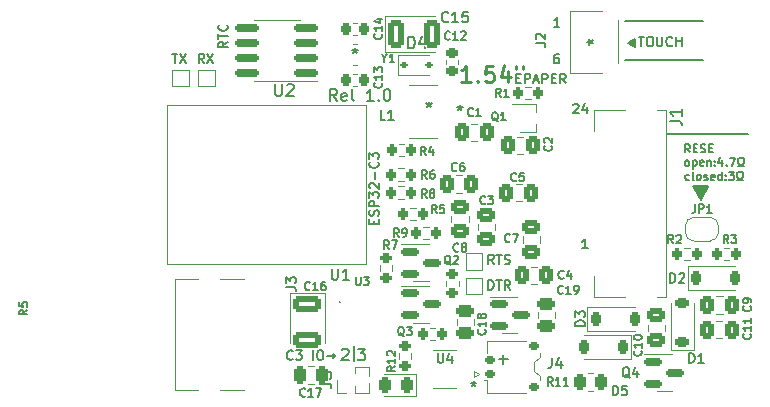
<source format=gto>
G04 #@! TF.GenerationSoftware,KiCad,Pcbnew,7.0.1-3b83917a11~172~ubuntu22.04.1*
G04 #@! TF.CreationDate,2023-04-18T13:12:10+02:00*
G04 #@! TF.ProjectId,154-watch,3135342d-7761-4746-9368-2e6b69636164,rev?*
G04 #@! TF.SameCoordinates,Original*
G04 #@! TF.FileFunction,Legend,Top*
G04 #@! TF.FilePolarity,Positive*
%FSLAX46Y46*%
G04 Gerber Fmt 4.6, Leading zero omitted, Abs format (unit mm)*
G04 Created by KiCad (PCBNEW 7.0.1-3b83917a11~172~ubuntu22.04.1) date 2023-04-18 13:12:10*
%MOMM*%
%LPD*%
G01*
G04 APERTURE LIST*
G04 Aperture macros list*
%AMRoundRect*
0 Rectangle with rounded corners*
0 $1 Rounding radius*
0 $2 $3 $4 $5 $6 $7 $8 $9 X,Y pos of 4 corners*
0 Add a 4 corners polygon primitive as box body*
4,1,4,$2,$3,$4,$5,$6,$7,$8,$9,$2,$3,0*
0 Add four circle primitives for the rounded corners*
1,1,$1+$1,$2,$3*
1,1,$1+$1,$4,$5*
1,1,$1+$1,$6,$7*
1,1,$1+$1,$8,$9*
0 Add four rect primitives between the rounded corners*
20,1,$1+$1,$2,$3,$4,$5,0*
20,1,$1+$1,$4,$5,$6,$7,0*
20,1,$1+$1,$6,$7,$8,$9,0*
20,1,$1+$1,$8,$9,$2,$3,0*%
%AMFreePoly0*
4,1,19,0.500000,-0.750000,0.000000,-0.750000,0.000000,-0.744911,-0.071157,-0.744911,-0.207708,-0.704816,-0.327430,-0.627875,-0.420627,-0.520320,-0.479746,-0.390866,-0.500000,-0.250000,-0.500000,0.250000,-0.479746,0.390866,-0.420627,0.520320,-0.327430,0.627875,-0.207708,0.704816,-0.071157,0.744911,0.000000,0.744911,0.000000,0.750000,0.500000,0.750000,0.500000,-0.750000,0.500000,-0.750000,
$1*%
%AMFreePoly1*
4,1,19,0.000000,0.744911,0.071157,0.744911,0.207708,0.704816,0.327430,0.627875,0.420627,0.520320,0.479746,0.390866,0.500000,0.250000,0.500000,-0.250000,0.479746,-0.390866,0.420627,-0.520320,0.327430,-0.627875,0.207708,-0.704816,0.071157,-0.744911,0.000000,-0.744911,0.000000,-0.750000,-0.500000,-0.750000,-0.500000,0.750000,0.000000,0.750000,0.000000,0.744911,0.000000,0.744911,
$1*%
G04 Aperture macros list end*
%ADD10C,0.150000*%
%ADD11C,0.140000*%
%ADD12C,0.130000*%
%ADD13C,0.170000*%
%ADD14C,0.280000*%
%ADD15C,0.160000*%
%ADD16C,0.120000*%
%ADD17C,0.100000*%
%ADD18RoundRect,0.250000X-0.337500X-0.475000X0.337500X-0.475000X0.337500X0.475000X-0.337500X0.475000X0*%
%ADD19RoundRect,0.150000X-0.587500X-0.150000X0.587500X-0.150000X0.587500X0.150000X-0.587500X0.150000X0*%
%ADD20RoundRect,0.200000X-0.200000X-0.275000X0.200000X-0.275000X0.200000X0.275000X-0.200000X0.275000X0*%
%ADD21RoundRect,0.250000X0.475000X-0.250000X0.475000X0.250000X-0.475000X0.250000X-0.475000X-0.250000X0*%
%ADD22R,1.000000X1.000000*%
%ADD23RoundRect,0.225000X0.225000X0.250000X-0.225000X0.250000X-0.225000X-0.250000X0.225000X-0.250000X0*%
%ADD24R,1.193800X0.304800*%
%ADD25R,2.006600X1.803400*%
%ADD26R,1.092200X3.708400*%
%ADD27C,2.100000*%
%ADD28R,0.406400X0.812800*%
%ADD29R,0.812800X0.406400*%
%ADD30R,1.447800X1.447800*%
%ADD31R,0.711200X0.711200*%
%ADD32RoundRect,0.225000X0.225000X0.375000X-0.225000X0.375000X-0.225000X-0.375000X0.225000X-0.375000X0*%
%ADD33O,1.000000X1.000000*%
%ADD34RoundRect,0.243750X0.243750X0.456250X-0.243750X0.456250X-0.243750X-0.456250X0.243750X-0.456250X0*%
%ADD35RoundRect,0.250000X0.475000X-0.337500X0.475000X0.337500X-0.475000X0.337500X-0.475000X-0.337500X0*%
%ADD36RoundRect,0.150000X0.825000X0.150000X-0.825000X0.150000X-0.825000X-0.150000X0.825000X-0.150000X0*%
%ADD37C,0.650000*%
%ADD38R,1.450000X0.600000*%
%ADD39R,1.450000X0.300000*%
%ADD40O,2.100000X1.000000*%
%ADD41O,1.600000X1.000000*%
%ADD42RoundRect,0.112500X-0.187500X-0.112500X0.187500X-0.112500X0.187500X0.112500X-0.187500X0.112500X0*%
%ADD43R,1.422400X1.295400*%
%ADD44RoundRect,0.200000X0.200000X0.275000X-0.200000X0.275000X-0.200000X-0.275000X0.200000X-0.275000X0*%
%ADD45RoundRect,0.250000X-0.475000X0.337500X-0.475000X-0.337500X0.475000X-0.337500X0.475000X0.337500X0*%
%ADD46RoundRect,0.225000X-0.225000X-0.375000X0.225000X-0.375000X0.225000X0.375000X-0.225000X0.375000X0*%
%ADD47RoundRect,0.250000X-0.250000X-0.475000X0.250000X-0.475000X0.250000X0.475000X-0.250000X0.475000X0*%
%ADD48RoundRect,0.200000X-0.275000X0.200000X-0.275000X-0.200000X0.275000X-0.200000X0.275000X0.200000X0*%
%ADD49R,0.700000X0.450000*%
%ADD50RoundRect,0.250000X-0.412500X-0.925000X0.412500X-0.925000X0.412500X0.925000X-0.412500X0.925000X0*%
%ADD51RoundRect,0.225000X-0.250000X0.225000X-0.250000X-0.225000X0.250000X-0.225000X0.250000X0.225000X0*%
%ADD52RoundRect,0.250000X0.337500X0.475000X-0.337500X0.475000X-0.337500X-0.475000X0.337500X-0.475000X0*%
%ADD53RoundRect,0.225000X0.375000X-0.225000X0.375000X0.225000X-0.375000X0.225000X-0.375000X-0.225000X0*%
%ADD54R,0.812800X0.304800*%
%ADD55RoundRect,0.250000X0.262500X0.450000X-0.262500X0.450000X-0.262500X-0.450000X0.262500X-0.450000X0*%
%ADD56RoundRect,0.250000X-0.925000X0.412500X-0.925000X-0.412500X0.925000X-0.412500X0.925000X0.412500X0*%
%ADD57RoundRect,0.150000X0.275000X-0.150000X0.275000X0.150000X-0.275000X0.150000X-0.275000X-0.150000X0*%
%ADD58RoundRect,0.175000X0.225000X-0.175000X0.225000X0.175000X-0.225000X0.175000X-0.225000X-0.175000X0*%
%ADD59R,0.300000X0.300000*%
%ADD60R,0.900000X0.300000*%
%ADD61R,0.300000X0.900000*%
%ADD62R,1.800000X1.800000*%
%ADD63R,0.990600X0.558800*%
%ADD64FreePoly0,0.000000*%
%ADD65FreePoly1,0.000000*%
G04 APERTURE END LIST*
D10*
X111000000Y-33890000D02*
X117600000Y-33890000D01*
X111000000Y-30620000D02*
X117600000Y-30620000D01*
X114560000Y-40120000D02*
X121400000Y-40120000D01*
X88000000Y-59350000D02*
X88000000Y-58100000D01*
D11*
X105353333Y-33372095D02*
X105200952Y-33372095D01*
X105200952Y-33372095D02*
X105124761Y-33410190D01*
X105124761Y-33410190D02*
X105086666Y-33448285D01*
X105086666Y-33448285D02*
X105010476Y-33562571D01*
X105010476Y-33562571D02*
X104972380Y-33714952D01*
X104972380Y-33714952D02*
X104972380Y-34019714D01*
X104972380Y-34019714D02*
X105010476Y-34095904D01*
X105010476Y-34095904D02*
X105048571Y-34134000D01*
X105048571Y-34134000D02*
X105124761Y-34172095D01*
X105124761Y-34172095D02*
X105277142Y-34172095D01*
X105277142Y-34172095D02*
X105353333Y-34134000D01*
X105353333Y-34134000D02*
X105391428Y-34095904D01*
X105391428Y-34095904D02*
X105429523Y-34019714D01*
X105429523Y-34019714D02*
X105429523Y-33829238D01*
X105429523Y-33829238D02*
X105391428Y-33753047D01*
X105391428Y-33753047D02*
X105353333Y-33714952D01*
X105353333Y-33714952D02*
X105277142Y-33676857D01*
X105277142Y-33676857D02*
X105124761Y-33676857D01*
X105124761Y-33676857D02*
X105048571Y-33714952D01*
X105048571Y-33714952D02*
X105010476Y-33753047D01*
X105010476Y-33753047D02*
X104972380Y-33829238D01*
X117980000Y-44645000D02*
X117980000Y-44573571D01*
X117908571Y-44787857D02*
X117908571Y-44573571D01*
X117837142Y-44930714D02*
X117837142Y-44573571D01*
X117765714Y-45073571D02*
X117765714Y-44573571D01*
X117694285Y-45145000D02*
X117694285Y-44573571D01*
X117622857Y-45287857D02*
X117622857Y-44573571D01*
X117551428Y-45430714D02*
X117551428Y-44573571D01*
X117480000Y-45573571D02*
X117480000Y-44573571D01*
X117408571Y-45716428D02*
X117408571Y-44573571D01*
X117337142Y-45573571D02*
X117337142Y-44573571D01*
X117265714Y-45430714D02*
X117265714Y-44573571D01*
X117194285Y-45287857D02*
X117194285Y-44573571D01*
X117122857Y-45145000D02*
X117122857Y-44573571D01*
X117051428Y-45073571D02*
X117051428Y-44573571D01*
X116980000Y-44930714D02*
X116980000Y-44573571D01*
X116908571Y-44787857D02*
X116908571Y-44573571D01*
X116837142Y-44573571D02*
X117408571Y-45645000D01*
X117408571Y-45645000D02*
X117980000Y-44573571D01*
X116837142Y-44645000D02*
X116837142Y-44573571D01*
X117408571Y-45716428D02*
X116765714Y-44573571D01*
X116765714Y-44573571D02*
X118051428Y-44573571D01*
X118051428Y-44573571D02*
X117408571Y-45716428D01*
D12*
X89701047Y-47760476D02*
X89701047Y-47493810D01*
X90120095Y-47379524D02*
X90120095Y-47760476D01*
X90120095Y-47760476D02*
X89320095Y-47760476D01*
X89320095Y-47760476D02*
X89320095Y-47379524D01*
X90082000Y-47074762D02*
X90120095Y-46960476D01*
X90120095Y-46960476D02*
X90120095Y-46770000D01*
X90120095Y-46770000D02*
X90082000Y-46693809D01*
X90082000Y-46693809D02*
X90043904Y-46655714D01*
X90043904Y-46655714D02*
X89967714Y-46617619D01*
X89967714Y-46617619D02*
X89891523Y-46617619D01*
X89891523Y-46617619D02*
X89815333Y-46655714D01*
X89815333Y-46655714D02*
X89777238Y-46693809D01*
X89777238Y-46693809D02*
X89739142Y-46770000D01*
X89739142Y-46770000D02*
X89701047Y-46922381D01*
X89701047Y-46922381D02*
X89662952Y-46998571D01*
X89662952Y-46998571D02*
X89624857Y-47036666D01*
X89624857Y-47036666D02*
X89548666Y-47074762D01*
X89548666Y-47074762D02*
X89472476Y-47074762D01*
X89472476Y-47074762D02*
X89396285Y-47036666D01*
X89396285Y-47036666D02*
X89358190Y-46998571D01*
X89358190Y-46998571D02*
X89320095Y-46922381D01*
X89320095Y-46922381D02*
X89320095Y-46731904D01*
X89320095Y-46731904D02*
X89358190Y-46617619D01*
X90120095Y-46274761D02*
X89320095Y-46274761D01*
X89320095Y-46274761D02*
X89320095Y-45969999D01*
X89320095Y-45969999D02*
X89358190Y-45893809D01*
X89358190Y-45893809D02*
X89396285Y-45855714D01*
X89396285Y-45855714D02*
X89472476Y-45817618D01*
X89472476Y-45817618D02*
X89586761Y-45817618D01*
X89586761Y-45817618D02*
X89662952Y-45855714D01*
X89662952Y-45855714D02*
X89701047Y-45893809D01*
X89701047Y-45893809D02*
X89739142Y-45969999D01*
X89739142Y-45969999D02*
X89739142Y-46274761D01*
X89320095Y-45550952D02*
X89320095Y-45055714D01*
X89320095Y-45055714D02*
X89624857Y-45322380D01*
X89624857Y-45322380D02*
X89624857Y-45208095D01*
X89624857Y-45208095D02*
X89662952Y-45131904D01*
X89662952Y-45131904D02*
X89701047Y-45093809D01*
X89701047Y-45093809D02*
X89777238Y-45055714D01*
X89777238Y-45055714D02*
X89967714Y-45055714D01*
X89967714Y-45055714D02*
X90043904Y-45093809D01*
X90043904Y-45093809D02*
X90082000Y-45131904D01*
X90082000Y-45131904D02*
X90120095Y-45208095D01*
X90120095Y-45208095D02*
X90120095Y-45436666D01*
X90120095Y-45436666D02*
X90082000Y-45512857D01*
X90082000Y-45512857D02*
X90043904Y-45550952D01*
X89396285Y-44750952D02*
X89358190Y-44712856D01*
X89358190Y-44712856D02*
X89320095Y-44636666D01*
X89320095Y-44636666D02*
X89320095Y-44446190D01*
X89320095Y-44446190D02*
X89358190Y-44369999D01*
X89358190Y-44369999D02*
X89396285Y-44331904D01*
X89396285Y-44331904D02*
X89472476Y-44293809D01*
X89472476Y-44293809D02*
X89548666Y-44293809D01*
X89548666Y-44293809D02*
X89662952Y-44331904D01*
X89662952Y-44331904D02*
X90120095Y-44789047D01*
X90120095Y-44789047D02*
X90120095Y-44293809D01*
X89815333Y-43950951D02*
X89815333Y-43341428D01*
X90043904Y-42503332D02*
X90082000Y-42541428D01*
X90082000Y-42541428D02*
X90120095Y-42655713D01*
X90120095Y-42655713D02*
X90120095Y-42731904D01*
X90120095Y-42731904D02*
X90082000Y-42846190D01*
X90082000Y-42846190D02*
X90005809Y-42922380D01*
X90005809Y-42922380D02*
X89929619Y-42960475D01*
X89929619Y-42960475D02*
X89777238Y-42998571D01*
X89777238Y-42998571D02*
X89662952Y-42998571D01*
X89662952Y-42998571D02*
X89510571Y-42960475D01*
X89510571Y-42960475D02*
X89434380Y-42922380D01*
X89434380Y-42922380D02*
X89358190Y-42846190D01*
X89358190Y-42846190D02*
X89320095Y-42731904D01*
X89320095Y-42731904D02*
X89320095Y-42655713D01*
X89320095Y-42655713D02*
X89358190Y-42541428D01*
X89358190Y-42541428D02*
X89396285Y-42503332D01*
X89320095Y-42236666D02*
X89320095Y-41741428D01*
X89320095Y-41741428D02*
X89624857Y-42008094D01*
X89624857Y-42008094D02*
X89624857Y-41893809D01*
X89624857Y-41893809D02*
X89662952Y-41817618D01*
X89662952Y-41817618D02*
X89701047Y-41779523D01*
X89701047Y-41779523D02*
X89777238Y-41741428D01*
X89777238Y-41741428D02*
X89967714Y-41741428D01*
X89967714Y-41741428D02*
X90043904Y-41779523D01*
X90043904Y-41779523D02*
X90082000Y-41817618D01*
X90082000Y-41817618D02*
X90120095Y-41893809D01*
X90120095Y-41893809D02*
X90120095Y-42122380D01*
X90120095Y-42122380D02*
X90082000Y-42198571D01*
X90082000Y-42198571D02*
X90043904Y-42236666D01*
D13*
X101763809Y-35421047D02*
X102030475Y-35421047D01*
X102144761Y-35840095D02*
X101763809Y-35840095D01*
X101763809Y-35840095D02*
X101763809Y-35040095D01*
X101763809Y-35040095D02*
X102144761Y-35040095D01*
X102487619Y-35840095D02*
X102487619Y-35040095D01*
X102487619Y-35040095D02*
X102792381Y-35040095D01*
X102792381Y-35040095D02*
X102868571Y-35078190D01*
X102868571Y-35078190D02*
X102906666Y-35116285D01*
X102906666Y-35116285D02*
X102944762Y-35192476D01*
X102944762Y-35192476D02*
X102944762Y-35306761D01*
X102944762Y-35306761D02*
X102906666Y-35382952D01*
X102906666Y-35382952D02*
X102868571Y-35421047D01*
X102868571Y-35421047D02*
X102792381Y-35459142D01*
X102792381Y-35459142D02*
X102487619Y-35459142D01*
X103249523Y-35611523D02*
X103630476Y-35611523D01*
X103173333Y-35840095D02*
X103440000Y-35040095D01*
X103440000Y-35040095D02*
X103706666Y-35840095D01*
X103973333Y-35840095D02*
X103973333Y-35040095D01*
X103973333Y-35040095D02*
X104278095Y-35040095D01*
X104278095Y-35040095D02*
X104354285Y-35078190D01*
X104354285Y-35078190D02*
X104392380Y-35116285D01*
X104392380Y-35116285D02*
X104430476Y-35192476D01*
X104430476Y-35192476D02*
X104430476Y-35306761D01*
X104430476Y-35306761D02*
X104392380Y-35382952D01*
X104392380Y-35382952D02*
X104354285Y-35421047D01*
X104354285Y-35421047D02*
X104278095Y-35459142D01*
X104278095Y-35459142D02*
X103973333Y-35459142D01*
X104773333Y-35421047D02*
X105039999Y-35421047D01*
X105154285Y-35840095D02*
X104773333Y-35840095D01*
X104773333Y-35840095D02*
X104773333Y-35040095D01*
X104773333Y-35040095D02*
X105154285Y-35040095D01*
X105954286Y-35840095D02*
X105687619Y-35459142D01*
X105497143Y-35840095D02*
X105497143Y-35040095D01*
X105497143Y-35040095D02*
X105801905Y-35040095D01*
X105801905Y-35040095D02*
X105878095Y-35078190D01*
X105878095Y-35078190D02*
X105916190Y-35116285D01*
X105916190Y-35116285D02*
X105954286Y-35192476D01*
X105954286Y-35192476D02*
X105954286Y-35306761D01*
X105954286Y-35306761D02*
X105916190Y-35382952D01*
X105916190Y-35382952D02*
X105878095Y-35421047D01*
X105878095Y-35421047D02*
X105801905Y-35459142D01*
X105801905Y-35459142D02*
X105497143Y-35459142D01*
D14*
X97910000Y-35757666D02*
X97110000Y-35757666D01*
X97510000Y-35757666D02*
X97510000Y-34357666D01*
X97510000Y-34357666D02*
X97376667Y-34557666D01*
X97376667Y-34557666D02*
X97243334Y-34691000D01*
X97243334Y-34691000D02*
X97110000Y-34757666D01*
X98510000Y-35624333D02*
X98576667Y-35691000D01*
X98576667Y-35691000D02*
X98510000Y-35757666D01*
X98510000Y-35757666D02*
X98443333Y-35691000D01*
X98443333Y-35691000D02*
X98510000Y-35624333D01*
X98510000Y-35624333D02*
X98510000Y-35757666D01*
X99843334Y-34357666D02*
X99176667Y-34357666D01*
X99176667Y-34357666D02*
X99110000Y-35024333D01*
X99110000Y-35024333D02*
X99176667Y-34957666D01*
X99176667Y-34957666D02*
X99310000Y-34891000D01*
X99310000Y-34891000D02*
X99643334Y-34891000D01*
X99643334Y-34891000D02*
X99776667Y-34957666D01*
X99776667Y-34957666D02*
X99843334Y-35024333D01*
X99843334Y-35024333D02*
X99910000Y-35157666D01*
X99910000Y-35157666D02*
X99910000Y-35491000D01*
X99910000Y-35491000D02*
X99843334Y-35624333D01*
X99843334Y-35624333D02*
X99776667Y-35691000D01*
X99776667Y-35691000D02*
X99643334Y-35757666D01*
X99643334Y-35757666D02*
X99310000Y-35757666D01*
X99310000Y-35757666D02*
X99176667Y-35691000D01*
X99176667Y-35691000D02*
X99110000Y-35624333D01*
X101110000Y-34824333D02*
X101110000Y-35757666D01*
X100776667Y-34291000D02*
X100443333Y-35291000D01*
X100443333Y-35291000D02*
X101310000Y-35291000D01*
X101776666Y-34357666D02*
X101776666Y-34624333D01*
X102310000Y-34357666D02*
X102310000Y-34624333D01*
D10*
X100289048Y-59231666D02*
X101050953Y-59231666D01*
X100670000Y-59612619D02*
X100670000Y-58850714D01*
D12*
X116406666Y-44010500D02*
X116340000Y-44043833D01*
X116340000Y-44043833D02*
X116206666Y-44043833D01*
X116206666Y-44043833D02*
X116140000Y-44010500D01*
X116140000Y-44010500D02*
X116106666Y-43977166D01*
X116106666Y-43977166D02*
X116073333Y-43910500D01*
X116073333Y-43910500D02*
X116073333Y-43710500D01*
X116073333Y-43710500D02*
X116106666Y-43643833D01*
X116106666Y-43643833D02*
X116140000Y-43610500D01*
X116140000Y-43610500D02*
X116206666Y-43577166D01*
X116206666Y-43577166D02*
X116340000Y-43577166D01*
X116340000Y-43577166D02*
X116406666Y-43610500D01*
X116806666Y-44043833D02*
X116740000Y-44010500D01*
X116740000Y-44010500D02*
X116706666Y-43943833D01*
X116706666Y-43943833D02*
X116706666Y-43343833D01*
X117173333Y-44043833D02*
X117106667Y-44010500D01*
X117106667Y-44010500D02*
X117073333Y-43977166D01*
X117073333Y-43977166D02*
X117040000Y-43910500D01*
X117040000Y-43910500D02*
X117040000Y-43710500D01*
X117040000Y-43710500D02*
X117073333Y-43643833D01*
X117073333Y-43643833D02*
X117106667Y-43610500D01*
X117106667Y-43610500D02*
X117173333Y-43577166D01*
X117173333Y-43577166D02*
X117273333Y-43577166D01*
X117273333Y-43577166D02*
X117340000Y-43610500D01*
X117340000Y-43610500D02*
X117373333Y-43643833D01*
X117373333Y-43643833D02*
X117406667Y-43710500D01*
X117406667Y-43710500D02*
X117406667Y-43910500D01*
X117406667Y-43910500D02*
X117373333Y-43977166D01*
X117373333Y-43977166D02*
X117340000Y-44010500D01*
X117340000Y-44010500D02*
X117273333Y-44043833D01*
X117273333Y-44043833D02*
X117173333Y-44043833D01*
X117673333Y-44010500D02*
X117740000Y-44043833D01*
X117740000Y-44043833D02*
X117873333Y-44043833D01*
X117873333Y-44043833D02*
X117940000Y-44010500D01*
X117940000Y-44010500D02*
X117973333Y-43943833D01*
X117973333Y-43943833D02*
X117973333Y-43910500D01*
X117973333Y-43910500D02*
X117940000Y-43843833D01*
X117940000Y-43843833D02*
X117873333Y-43810500D01*
X117873333Y-43810500D02*
X117773333Y-43810500D01*
X117773333Y-43810500D02*
X117706666Y-43777166D01*
X117706666Y-43777166D02*
X117673333Y-43710500D01*
X117673333Y-43710500D02*
X117673333Y-43677166D01*
X117673333Y-43677166D02*
X117706666Y-43610500D01*
X117706666Y-43610500D02*
X117773333Y-43577166D01*
X117773333Y-43577166D02*
X117873333Y-43577166D01*
X117873333Y-43577166D02*
X117940000Y-43610500D01*
X118540000Y-44010500D02*
X118473333Y-44043833D01*
X118473333Y-44043833D02*
X118340000Y-44043833D01*
X118340000Y-44043833D02*
X118273333Y-44010500D01*
X118273333Y-44010500D02*
X118240000Y-43943833D01*
X118240000Y-43943833D02*
X118240000Y-43677166D01*
X118240000Y-43677166D02*
X118273333Y-43610500D01*
X118273333Y-43610500D02*
X118340000Y-43577166D01*
X118340000Y-43577166D02*
X118473333Y-43577166D01*
X118473333Y-43577166D02*
X118540000Y-43610500D01*
X118540000Y-43610500D02*
X118573333Y-43677166D01*
X118573333Y-43677166D02*
X118573333Y-43743833D01*
X118573333Y-43743833D02*
X118240000Y-43810500D01*
X119173333Y-44043833D02*
X119173333Y-43343833D01*
X119173333Y-44010500D02*
X119106667Y-44043833D01*
X119106667Y-44043833D02*
X118973333Y-44043833D01*
X118973333Y-44043833D02*
X118906667Y-44010500D01*
X118906667Y-44010500D02*
X118873333Y-43977166D01*
X118873333Y-43977166D02*
X118840000Y-43910500D01*
X118840000Y-43910500D02*
X118840000Y-43710500D01*
X118840000Y-43710500D02*
X118873333Y-43643833D01*
X118873333Y-43643833D02*
X118906667Y-43610500D01*
X118906667Y-43610500D02*
X118973333Y-43577166D01*
X118973333Y-43577166D02*
X119106667Y-43577166D01*
X119106667Y-43577166D02*
X119173333Y-43610500D01*
X119506666Y-43977166D02*
X119540000Y-44010500D01*
X119540000Y-44010500D02*
X119506666Y-44043833D01*
X119506666Y-44043833D02*
X119473333Y-44010500D01*
X119473333Y-44010500D02*
X119506666Y-43977166D01*
X119506666Y-43977166D02*
X119506666Y-44043833D01*
X119506666Y-43610500D02*
X119540000Y-43643833D01*
X119540000Y-43643833D02*
X119506666Y-43677166D01*
X119506666Y-43677166D02*
X119473333Y-43643833D01*
X119473333Y-43643833D02*
X119506666Y-43610500D01*
X119506666Y-43610500D02*
X119506666Y-43677166D01*
X119773333Y-43343833D02*
X120206666Y-43343833D01*
X120206666Y-43343833D02*
X119973333Y-43610500D01*
X119973333Y-43610500D02*
X120073333Y-43610500D01*
X120073333Y-43610500D02*
X120139999Y-43643833D01*
X120139999Y-43643833D02*
X120173333Y-43677166D01*
X120173333Y-43677166D02*
X120206666Y-43743833D01*
X120206666Y-43743833D02*
X120206666Y-43910500D01*
X120206666Y-43910500D02*
X120173333Y-43977166D01*
X120173333Y-43977166D02*
X120139999Y-44010500D01*
X120139999Y-44010500D02*
X120073333Y-44043833D01*
X120073333Y-44043833D02*
X119873333Y-44043833D01*
X119873333Y-44043833D02*
X119806666Y-44010500D01*
X119806666Y-44010500D02*
X119773333Y-43977166D01*
X120473333Y-44043833D02*
X120640000Y-44043833D01*
X120640000Y-44043833D02*
X120640000Y-43910500D01*
X120640000Y-43910500D02*
X120573333Y-43877166D01*
X120573333Y-43877166D02*
X120506666Y-43810500D01*
X120506666Y-43810500D02*
X120473333Y-43710500D01*
X120473333Y-43710500D02*
X120473333Y-43543833D01*
X120473333Y-43543833D02*
X120506666Y-43443833D01*
X120506666Y-43443833D02*
X120573333Y-43377166D01*
X120573333Y-43377166D02*
X120673333Y-43343833D01*
X120673333Y-43343833D02*
X120806666Y-43343833D01*
X120806666Y-43343833D02*
X120906666Y-43377166D01*
X120906666Y-43377166D02*
X120973333Y-43443833D01*
X120973333Y-43443833D02*
X121006666Y-43543833D01*
X121006666Y-43543833D02*
X121006666Y-43710500D01*
X121006666Y-43710500D02*
X120973333Y-43810500D01*
X120973333Y-43810500D02*
X120906666Y-43877166D01*
X120906666Y-43877166D02*
X120840000Y-43910500D01*
X120840000Y-43910500D02*
X120840000Y-44043833D01*
X120840000Y-44043833D02*
X121006666Y-44043833D01*
X60383833Y-55026666D02*
X60050500Y-55259999D01*
X60383833Y-55426666D02*
X59683833Y-55426666D01*
X59683833Y-55426666D02*
X59683833Y-55159999D01*
X59683833Y-55159999D02*
X59717166Y-55093333D01*
X59717166Y-55093333D02*
X59750500Y-55059999D01*
X59750500Y-55059999D02*
X59817166Y-55026666D01*
X59817166Y-55026666D02*
X59917166Y-55026666D01*
X59917166Y-55026666D02*
X59983833Y-55059999D01*
X59983833Y-55059999D02*
X60017166Y-55093333D01*
X60017166Y-55093333D02*
X60050500Y-55159999D01*
X60050500Y-55159999D02*
X60050500Y-55426666D01*
X59683833Y-54393333D02*
X59683833Y-54726666D01*
X59683833Y-54726666D02*
X60017166Y-54759999D01*
X60017166Y-54759999D02*
X59983833Y-54726666D01*
X59983833Y-54726666D02*
X59950500Y-54659999D01*
X59950500Y-54659999D02*
X59950500Y-54493333D01*
X59950500Y-54493333D02*
X59983833Y-54426666D01*
X59983833Y-54426666D02*
X60017166Y-54393333D01*
X60017166Y-54393333D02*
X60083833Y-54359999D01*
X60083833Y-54359999D02*
X60250500Y-54359999D01*
X60250500Y-54359999D02*
X60317166Y-54393333D01*
X60317166Y-54393333D02*
X60350500Y-54426666D01*
X60350500Y-54426666D02*
X60383833Y-54493333D01*
X60383833Y-54493333D02*
X60383833Y-54659999D01*
X60383833Y-54659999D02*
X60350500Y-54726666D01*
X60350500Y-54726666D02*
X60317166Y-54759999D01*
D10*
X87014286Y-58407857D02*
X87061905Y-58360238D01*
X87061905Y-58360238D02*
X87157143Y-58312619D01*
X87157143Y-58312619D02*
X87395238Y-58312619D01*
X87395238Y-58312619D02*
X87490476Y-58360238D01*
X87490476Y-58360238D02*
X87538095Y-58407857D01*
X87538095Y-58407857D02*
X87585714Y-58503095D01*
X87585714Y-58503095D02*
X87585714Y-58598333D01*
X87585714Y-58598333D02*
X87538095Y-58741190D01*
X87538095Y-58741190D02*
X86966667Y-59312619D01*
X86966667Y-59312619D02*
X87585714Y-59312619D01*
D13*
X111824762Y-32710095D02*
X111824762Y-32100571D01*
X111786667Y-32672000D02*
X111786667Y-32138666D01*
X111748572Y-32672000D02*
X111748572Y-32138666D01*
X111710477Y-32633904D02*
X111710477Y-32176761D01*
X111672381Y-32633904D02*
X111672381Y-32176761D01*
X111634286Y-32595809D02*
X111634286Y-32214857D01*
X111596191Y-32595809D02*
X111596191Y-32214857D01*
X111558096Y-32557714D02*
X111558096Y-32252952D01*
X111520000Y-32519619D02*
X111520000Y-32291047D01*
X111481905Y-32519619D02*
X111481905Y-32291047D01*
X111443810Y-32481523D02*
X111443810Y-32329142D01*
X111405715Y-32481523D02*
X111405715Y-32329142D01*
X111367619Y-32405333D02*
X111329524Y-32405333D01*
X111367619Y-32443428D02*
X111367619Y-32367238D01*
X111862858Y-32710095D02*
X111291429Y-32405333D01*
X111291429Y-32405333D02*
X111862858Y-32100571D01*
X111253334Y-32405333D02*
X111862858Y-32062476D01*
X111862858Y-32062476D02*
X111862858Y-32748190D01*
X111862858Y-32748190D02*
X111253334Y-32405333D01*
X112129524Y-31910095D02*
X112586667Y-31910095D01*
X112358095Y-32710095D02*
X112358095Y-31910095D01*
X113005715Y-31910095D02*
X113158096Y-31910095D01*
X113158096Y-31910095D02*
X113234286Y-31948190D01*
X113234286Y-31948190D02*
X113310477Y-32024380D01*
X113310477Y-32024380D02*
X113348572Y-32176761D01*
X113348572Y-32176761D02*
X113348572Y-32443428D01*
X113348572Y-32443428D02*
X113310477Y-32595809D01*
X113310477Y-32595809D02*
X113234286Y-32672000D01*
X113234286Y-32672000D02*
X113158096Y-32710095D01*
X113158096Y-32710095D02*
X113005715Y-32710095D01*
X113005715Y-32710095D02*
X112929524Y-32672000D01*
X112929524Y-32672000D02*
X112853334Y-32595809D01*
X112853334Y-32595809D02*
X112815238Y-32443428D01*
X112815238Y-32443428D02*
X112815238Y-32176761D01*
X112815238Y-32176761D02*
X112853334Y-32024380D01*
X112853334Y-32024380D02*
X112929524Y-31948190D01*
X112929524Y-31948190D02*
X113005715Y-31910095D01*
X113691429Y-31910095D02*
X113691429Y-32557714D01*
X113691429Y-32557714D02*
X113729524Y-32633904D01*
X113729524Y-32633904D02*
X113767619Y-32672000D01*
X113767619Y-32672000D02*
X113843810Y-32710095D01*
X113843810Y-32710095D02*
X113996191Y-32710095D01*
X113996191Y-32710095D02*
X114072381Y-32672000D01*
X114072381Y-32672000D02*
X114110476Y-32633904D01*
X114110476Y-32633904D02*
X114148572Y-32557714D01*
X114148572Y-32557714D02*
X114148572Y-31910095D01*
X114986667Y-32633904D02*
X114948571Y-32672000D01*
X114948571Y-32672000D02*
X114834286Y-32710095D01*
X114834286Y-32710095D02*
X114758095Y-32710095D01*
X114758095Y-32710095D02*
X114643809Y-32672000D01*
X114643809Y-32672000D02*
X114567619Y-32595809D01*
X114567619Y-32595809D02*
X114529524Y-32519619D01*
X114529524Y-32519619D02*
X114491428Y-32367238D01*
X114491428Y-32367238D02*
X114491428Y-32252952D01*
X114491428Y-32252952D02*
X114529524Y-32100571D01*
X114529524Y-32100571D02*
X114567619Y-32024380D01*
X114567619Y-32024380D02*
X114643809Y-31948190D01*
X114643809Y-31948190D02*
X114758095Y-31910095D01*
X114758095Y-31910095D02*
X114834286Y-31910095D01*
X114834286Y-31910095D02*
X114948571Y-31948190D01*
X114948571Y-31948190D02*
X114986667Y-31986285D01*
X115329524Y-32710095D02*
X115329524Y-31910095D01*
X115329524Y-32291047D02*
X115786667Y-32291047D01*
X115786667Y-32710095D02*
X115786667Y-31910095D01*
D11*
X99410476Y-53322095D02*
X99410476Y-52522095D01*
X99410476Y-52522095D02*
X99600952Y-52522095D01*
X99600952Y-52522095D02*
X99715238Y-52560190D01*
X99715238Y-52560190D02*
X99791428Y-52636380D01*
X99791428Y-52636380D02*
X99829523Y-52712571D01*
X99829523Y-52712571D02*
X99867619Y-52864952D01*
X99867619Y-52864952D02*
X99867619Y-52979238D01*
X99867619Y-52979238D02*
X99829523Y-53131619D01*
X99829523Y-53131619D02*
X99791428Y-53207809D01*
X99791428Y-53207809D02*
X99715238Y-53284000D01*
X99715238Y-53284000D02*
X99600952Y-53322095D01*
X99600952Y-53322095D02*
X99410476Y-53322095D01*
X100096190Y-52522095D02*
X100553333Y-52522095D01*
X100324761Y-53322095D02*
X100324761Y-52522095D01*
X101277143Y-53322095D02*
X101010476Y-52941142D01*
X100820000Y-53322095D02*
X100820000Y-52522095D01*
X100820000Y-52522095D02*
X101124762Y-52522095D01*
X101124762Y-52522095D02*
X101200952Y-52560190D01*
X101200952Y-52560190D02*
X101239047Y-52598285D01*
X101239047Y-52598285D02*
X101277143Y-52674476D01*
X101277143Y-52674476D02*
X101277143Y-52788761D01*
X101277143Y-52788761D02*
X101239047Y-52864952D01*
X101239047Y-52864952D02*
X101200952Y-52903047D01*
X101200952Y-52903047D02*
X101124762Y-52941142D01*
X101124762Y-52941142D02*
X100820000Y-52941142D01*
D12*
X116486666Y-41706833D02*
X116253333Y-41373500D01*
X116086666Y-41706833D02*
X116086666Y-41006833D01*
X116086666Y-41006833D02*
X116353333Y-41006833D01*
X116353333Y-41006833D02*
X116420000Y-41040166D01*
X116420000Y-41040166D02*
X116453333Y-41073500D01*
X116453333Y-41073500D02*
X116486666Y-41140166D01*
X116486666Y-41140166D02*
X116486666Y-41240166D01*
X116486666Y-41240166D02*
X116453333Y-41306833D01*
X116453333Y-41306833D02*
X116420000Y-41340166D01*
X116420000Y-41340166D02*
X116353333Y-41373500D01*
X116353333Y-41373500D02*
X116086666Y-41373500D01*
X116786666Y-41340166D02*
X117020000Y-41340166D01*
X117120000Y-41706833D02*
X116786666Y-41706833D01*
X116786666Y-41706833D02*
X116786666Y-41006833D01*
X116786666Y-41006833D02*
X117120000Y-41006833D01*
X117386666Y-41673500D02*
X117486666Y-41706833D01*
X117486666Y-41706833D02*
X117653333Y-41706833D01*
X117653333Y-41706833D02*
X117719999Y-41673500D01*
X117719999Y-41673500D02*
X117753333Y-41640166D01*
X117753333Y-41640166D02*
X117786666Y-41573500D01*
X117786666Y-41573500D02*
X117786666Y-41506833D01*
X117786666Y-41506833D02*
X117753333Y-41440166D01*
X117753333Y-41440166D02*
X117719999Y-41406833D01*
X117719999Y-41406833D02*
X117653333Y-41373500D01*
X117653333Y-41373500D02*
X117519999Y-41340166D01*
X117519999Y-41340166D02*
X117453333Y-41306833D01*
X117453333Y-41306833D02*
X117419999Y-41273500D01*
X117419999Y-41273500D02*
X117386666Y-41206833D01*
X117386666Y-41206833D02*
X117386666Y-41140166D01*
X117386666Y-41140166D02*
X117419999Y-41073500D01*
X117419999Y-41073500D02*
X117453333Y-41040166D01*
X117453333Y-41040166D02*
X117519999Y-41006833D01*
X117519999Y-41006833D02*
X117686666Y-41006833D01*
X117686666Y-41006833D02*
X117786666Y-41040166D01*
X118086666Y-41340166D02*
X118320000Y-41340166D01*
X118420000Y-41706833D02*
X118086666Y-41706833D01*
X118086666Y-41706833D02*
X118086666Y-41006833D01*
X118086666Y-41006833D02*
X118420000Y-41006833D01*
X116186666Y-42840833D02*
X116120000Y-42807500D01*
X116120000Y-42807500D02*
X116086666Y-42774166D01*
X116086666Y-42774166D02*
X116053333Y-42707500D01*
X116053333Y-42707500D02*
X116053333Y-42507500D01*
X116053333Y-42507500D02*
X116086666Y-42440833D01*
X116086666Y-42440833D02*
X116120000Y-42407500D01*
X116120000Y-42407500D02*
X116186666Y-42374166D01*
X116186666Y-42374166D02*
X116286666Y-42374166D01*
X116286666Y-42374166D02*
X116353333Y-42407500D01*
X116353333Y-42407500D02*
X116386666Y-42440833D01*
X116386666Y-42440833D02*
X116420000Y-42507500D01*
X116420000Y-42507500D02*
X116420000Y-42707500D01*
X116420000Y-42707500D02*
X116386666Y-42774166D01*
X116386666Y-42774166D02*
X116353333Y-42807500D01*
X116353333Y-42807500D02*
X116286666Y-42840833D01*
X116286666Y-42840833D02*
X116186666Y-42840833D01*
X116719999Y-42374166D02*
X116719999Y-43074166D01*
X116719999Y-42407500D02*
X116786666Y-42374166D01*
X116786666Y-42374166D02*
X116919999Y-42374166D01*
X116919999Y-42374166D02*
X116986666Y-42407500D01*
X116986666Y-42407500D02*
X117019999Y-42440833D01*
X117019999Y-42440833D02*
X117053333Y-42507500D01*
X117053333Y-42507500D02*
X117053333Y-42707500D01*
X117053333Y-42707500D02*
X117019999Y-42774166D01*
X117019999Y-42774166D02*
X116986666Y-42807500D01*
X116986666Y-42807500D02*
X116919999Y-42840833D01*
X116919999Y-42840833D02*
X116786666Y-42840833D01*
X116786666Y-42840833D02*
X116719999Y-42807500D01*
X117619999Y-42807500D02*
X117553332Y-42840833D01*
X117553332Y-42840833D02*
X117419999Y-42840833D01*
X117419999Y-42840833D02*
X117353332Y-42807500D01*
X117353332Y-42807500D02*
X117319999Y-42740833D01*
X117319999Y-42740833D02*
X117319999Y-42474166D01*
X117319999Y-42474166D02*
X117353332Y-42407500D01*
X117353332Y-42407500D02*
X117419999Y-42374166D01*
X117419999Y-42374166D02*
X117553332Y-42374166D01*
X117553332Y-42374166D02*
X117619999Y-42407500D01*
X117619999Y-42407500D02*
X117653332Y-42474166D01*
X117653332Y-42474166D02*
X117653332Y-42540833D01*
X117653332Y-42540833D02*
X117319999Y-42607500D01*
X117953332Y-42374166D02*
X117953332Y-42840833D01*
X117953332Y-42440833D02*
X117986666Y-42407500D01*
X117986666Y-42407500D02*
X118053332Y-42374166D01*
X118053332Y-42374166D02*
X118153332Y-42374166D01*
X118153332Y-42374166D02*
X118219999Y-42407500D01*
X118219999Y-42407500D02*
X118253332Y-42474166D01*
X118253332Y-42474166D02*
X118253332Y-42840833D01*
X118586665Y-42774166D02*
X118619999Y-42807500D01*
X118619999Y-42807500D02*
X118586665Y-42840833D01*
X118586665Y-42840833D02*
X118553332Y-42807500D01*
X118553332Y-42807500D02*
X118586665Y-42774166D01*
X118586665Y-42774166D02*
X118586665Y-42840833D01*
X118586665Y-42407500D02*
X118619999Y-42440833D01*
X118619999Y-42440833D02*
X118586665Y-42474166D01*
X118586665Y-42474166D02*
X118553332Y-42440833D01*
X118553332Y-42440833D02*
X118586665Y-42407500D01*
X118586665Y-42407500D02*
X118586665Y-42474166D01*
X119219998Y-42374166D02*
X119219998Y-42840833D01*
X119053332Y-42107500D02*
X118886665Y-42607500D01*
X118886665Y-42607500D02*
X119319998Y-42607500D01*
X119586665Y-42774166D02*
X119619999Y-42807500D01*
X119619999Y-42807500D02*
X119586665Y-42840833D01*
X119586665Y-42840833D02*
X119553332Y-42807500D01*
X119553332Y-42807500D02*
X119586665Y-42774166D01*
X119586665Y-42774166D02*
X119586665Y-42840833D01*
X119853332Y-42140833D02*
X120319998Y-42140833D01*
X120319998Y-42140833D02*
X120019998Y-42840833D01*
X120553332Y-42840833D02*
X120719999Y-42840833D01*
X120719999Y-42840833D02*
X120719999Y-42707500D01*
X120719999Y-42707500D02*
X120653332Y-42674166D01*
X120653332Y-42674166D02*
X120586665Y-42607500D01*
X120586665Y-42607500D02*
X120553332Y-42507500D01*
X120553332Y-42507500D02*
X120553332Y-42340833D01*
X120553332Y-42340833D02*
X120586665Y-42240833D01*
X120586665Y-42240833D02*
X120653332Y-42174166D01*
X120653332Y-42174166D02*
X120753332Y-42140833D01*
X120753332Y-42140833D02*
X120886665Y-42140833D01*
X120886665Y-42140833D02*
X120986665Y-42174166D01*
X120986665Y-42174166D02*
X121053332Y-42240833D01*
X121053332Y-42240833D02*
X121086665Y-42340833D01*
X121086665Y-42340833D02*
X121086665Y-42507500D01*
X121086665Y-42507500D02*
X121053332Y-42607500D01*
X121053332Y-42607500D02*
X120986665Y-42674166D01*
X120986665Y-42674166D02*
X120919999Y-42707500D01*
X120919999Y-42707500D02*
X120919999Y-42840833D01*
X120919999Y-42840833D02*
X121086665Y-42840833D01*
D11*
X106602380Y-37658285D02*
X106640476Y-37620190D01*
X106640476Y-37620190D02*
X106716666Y-37582095D01*
X106716666Y-37582095D02*
X106907142Y-37582095D01*
X106907142Y-37582095D02*
X106983333Y-37620190D01*
X106983333Y-37620190D02*
X107021428Y-37658285D01*
X107021428Y-37658285D02*
X107059523Y-37734476D01*
X107059523Y-37734476D02*
X107059523Y-37810666D01*
X107059523Y-37810666D02*
X107021428Y-37924952D01*
X107021428Y-37924952D02*
X106564285Y-38382095D01*
X106564285Y-38382095D02*
X107059523Y-38382095D01*
X107745238Y-37848761D02*
X107745238Y-38382095D01*
X107554762Y-37544000D02*
X107364285Y-38115428D01*
X107364285Y-38115428D02*
X107859524Y-38115428D01*
D12*
X82857143Y-59193904D02*
X82819047Y-59232000D01*
X82819047Y-59232000D02*
X82704762Y-59270095D01*
X82704762Y-59270095D02*
X82628571Y-59270095D01*
X82628571Y-59270095D02*
X82514285Y-59232000D01*
X82514285Y-59232000D02*
X82438095Y-59155809D01*
X82438095Y-59155809D02*
X82400000Y-59079619D01*
X82400000Y-59079619D02*
X82361904Y-58927238D01*
X82361904Y-58927238D02*
X82361904Y-58812952D01*
X82361904Y-58812952D02*
X82400000Y-58660571D01*
X82400000Y-58660571D02*
X82438095Y-58584380D01*
X82438095Y-58584380D02*
X82514285Y-58508190D01*
X82514285Y-58508190D02*
X82628571Y-58470095D01*
X82628571Y-58470095D02*
X82704762Y-58470095D01*
X82704762Y-58470095D02*
X82819047Y-58508190D01*
X82819047Y-58508190D02*
X82857143Y-58546285D01*
X83123809Y-58470095D02*
X83619047Y-58470095D01*
X83619047Y-58470095D02*
X83352381Y-58774857D01*
X83352381Y-58774857D02*
X83466666Y-58774857D01*
X83466666Y-58774857D02*
X83542857Y-58812952D01*
X83542857Y-58812952D02*
X83580952Y-58851047D01*
X83580952Y-58851047D02*
X83619047Y-58927238D01*
X83619047Y-58927238D02*
X83619047Y-59117714D01*
X83619047Y-59117714D02*
X83580952Y-59193904D01*
X83580952Y-59193904D02*
X83542857Y-59232000D01*
X83542857Y-59232000D02*
X83466666Y-59270095D01*
X83466666Y-59270095D02*
X83238095Y-59270095D01*
X83238095Y-59270095D02*
X83161904Y-59232000D01*
X83161904Y-59232000D02*
X83123809Y-59193904D01*
X84571429Y-59270095D02*
X84571429Y-58470095D01*
X85104762Y-58470095D02*
X85257143Y-58470095D01*
X85257143Y-58470095D02*
X85333333Y-58508190D01*
X85333333Y-58508190D02*
X85409524Y-58584380D01*
X85409524Y-58584380D02*
X85447619Y-58736761D01*
X85447619Y-58736761D02*
X85447619Y-59003428D01*
X85447619Y-59003428D02*
X85409524Y-59155809D01*
X85409524Y-59155809D02*
X85333333Y-59232000D01*
X85333333Y-59232000D02*
X85257143Y-59270095D01*
X85257143Y-59270095D02*
X85104762Y-59270095D01*
X85104762Y-59270095D02*
X85028571Y-59232000D01*
X85028571Y-59232000D02*
X84952381Y-59155809D01*
X84952381Y-59155809D02*
X84914285Y-59003428D01*
X84914285Y-59003428D02*
X84914285Y-58736761D01*
X84914285Y-58736761D02*
X84952381Y-58584380D01*
X84952381Y-58584380D02*
X85028571Y-58508190D01*
X85028571Y-58508190D02*
X85104762Y-58470095D01*
X85790476Y-58965333D02*
X86400000Y-58965333D01*
X86247619Y-59117714D02*
X86400000Y-58965333D01*
X86400000Y-58965333D02*
X86247619Y-58812952D01*
D11*
X99867619Y-51152095D02*
X99600952Y-50771142D01*
X99410476Y-51152095D02*
X99410476Y-50352095D01*
X99410476Y-50352095D02*
X99715238Y-50352095D01*
X99715238Y-50352095D02*
X99791428Y-50390190D01*
X99791428Y-50390190D02*
X99829523Y-50428285D01*
X99829523Y-50428285D02*
X99867619Y-50504476D01*
X99867619Y-50504476D02*
X99867619Y-50618761D01*
X99867619Y-50618761D02*
X99829523Y-50694952D01*
X99829523Y-50694952D02*
X99791428Y-50733047D01*
X99791428Y-50733047D02*
X99715238Y-50771142D01*
X99715238Y-50771142D02*
X99410476Y-50771142D01*
X100096190Y-50352095D02*
X100553333Y-50352095D01*
X100324761Y-51152095D02*
X100324761Y-50352095D01*
X100781904Y-51114000D02*
X100896190Y-51152095D01*
X100896190Y-51152095D02*
X101086666Y-51152095D01*
X101086666Y-51152095D02*
X101162857Y-51114000D01*
X101162857Y-51114000D02*
X101200952Y-51075904D01*
X101200952Y-51075904D02*
X101239047Y-50999714D01*
X101239047Y-50999714D02*
X101239047Y-50923523D01*
X101239047Y-50923523D02*
X101200952Y-50847333D01*
X101200952Y-50847333D02*
X101162857Y-50809238D01*
X101162857Y-50809238D02*
X101086666Y-50771142D01*
X101086666Y-50771142D02*
X100934285Y-50733047D01*
X100934285Y-50733047D02*
X100858095Y-50694952D01*
X100858095Y-50694952D02*
X100820000Y-50656857D01*
X100820000Y-50656857D02*
X100781904Y-50580666D01*
X100781904Y-50580666D02*
X100781904Y-50504476D01*
X100781904Y-50504476D02*
X100820000Y-50428285D01*
X100820000Y-50428285D02*
X100858095Y-50390190D01*
X100858095Y-50390190D02*
X100934285Y-50352095D01*
X100934285Y-50352095D02*
X101124762Y-50352095D01*
X101124762Y-50352095D02*
X101239047Y-50390190D01*
X105429523Y-31072095D02*
X104972380Y-31072095D01*
X105200952Y-31072095D02*
X105200952Y-30272095D01*
X105200952Y-30272095D02*
X105124761Y-30386380D01*
X105124761Y-30386380D02*
X105048571Y-30462571D01*
X105048571Y-30462571D02*
X104972380Y-30500666D01*
X107821428Y-49822095D02*
X107364285Y-49822095D01*
X107592857Y-49822095D02*
X107592857Y-49022095D01*
X107592857Y-49022095D02*
X107516666Y-49136380D01*
X107516666Y-49136380D02*
X107440476Y-49212571D01*
X107440476Y-49212571D02*
X107364285Y-49250666D01*
D12*
X72630476Y-33340095D02*
X73087619Y-33340095D01*
X72859047Y-34140095D02*
X72859047Y-33340095D01*
X73278095Y-33340095D02*
X73811429Y-34140095D01*
X73811429Y-33340095D02*
X73278095Y-34140095D01*
X77350095Y-32327142D02*
X76969142Y-32593809D01*
X77350095Y-32784285D02*
X76550095Y-32784285D01*
X76550095Y-32784285D02*
X76550095Y-32479523D01*
X76550095Y-32479523D02*
X76588190Y-32403333D01*
X76588190Y-32403333D02*
X76626285Y-32365238D01*
X76626285Y-32365238D02*
X76702476Y-32327142D01*
X76702476Y-32327142D02*
X76816761Y-32327142D01*
X76816761Y-32327142D02*
X76892952Y-32365238D01*
X76892952Y-32365238D02*
X76931047Y-32403333D01*
X76931047Y-32403333D02*
X76969142Y-32479523D01*
X76969142Y-32479523D02*
X76969142Y-32784285D01*
X76550095Y-32098571D02*
X76550095Y-31641428D01*
X77350095Y-31870000D02*
X76550095Y-31870000D01*
X77273904Y-30917618D02*
X77312000Y-30955714D01*
X77312000Y-30955714D02*
X77350095Y-31069999D01*
X77350095Y-31069999D02*
X77350095Y-31146190D01*
X77350095Y-31146190D02*
X77312000Y-31260476D01*
X77312000Y-31260476D02*
X77235809Y-31336666D01*
X77235809Y-31336666D02*
X77159619Y-31374761D01*
X77159619Y-31374761D02*
X77007238Y-31412857D01*
X77007238Y-31412857D02*
X76892952Y-31412857D01*
X76892952Y-31412857D02*
X76740571Y-31374761D01*
X76740571Y-31374761D02*
X76664380Y-31336666D01*
X76664380Y-31336666D02*
X76588190Y-31260476D01*
X76588190Y-31260476D02*
X76550095Y-31146190D01*
X76550095Y-31146190D02*
X76550095Y-31069999D01*
X76550095Y-31069999D02*
X76588190Y-30955714D01*
X76588190Y-30955714D02*
X76626285Y-30917618D01*
D10*
X88366667Y-58312619D02*
X88985714Y-58312619D01*
X88985714Y-58312619D02*
X88652381Y-58693571D01*
X88652381Y-58693571D02*
X88795238Y-58693571D01*
X88795238Y-58693571D02*
X88890476Y-58741190D01*
X88890476Y-58741190D02*
X88938095Y-58788809D01*
X88938095Y-58788809D02*
X88985714Y-58884047D01*
X88985714Y-58884047D02*
X88985714Y-59122142D01*
X88985714Y-59122142D02*
X88938095Y-59217380D01*
X88938095Y-59217380D02*
X88890476Y-59265000D01*
X88890476Y-59265000D02*
X88795238Y-59312619D01*
X88795238Y-59312619D02*
X88509524Y-59312619D01*
X88509524Y-59312619D02*
X88414286Y-59265000D01*
X88414286Y-59265000D02*
X88366667Y-59217380D01*
D15*
X86597618Y-37352619D02*
X86264285Y-36876428D01*
X86026190Y-37352619D02*
X86026190Y-36352619D01*
X86026190Y-36352619D02*
X86407142Y-36352619D01*
X86407142Y-36352619D02*
X86502380Y-36400238D01*
X86502380Y-36400238D02*
X86549999Y-36447857D01*
X86549999Y-36447857D02*
X86597618Y-36543095D01*
X86597618Y-36543095D02*
X86597618Y-36685952D01*
X86597618Y-36685952D02*
X86549999Y-36781190D01*
X86549999Y-36781190D02*
X86502380Y-36828809D01*
X86502380Y-36828809D02*
X86407142Y-36876428D01*
X86407142Y-36876428D02*
X86026190Y-36876428D01*
X87407142Y-37305000D02*
X87311904Y-37352619D01*
X87311904Y-37352619D02*
X87121428Y-37352619D01*
X87121428Y-37352619D02*
X87026190Y-37305000D01*
X87026190Y-37305000D02*
X86978571Y-37209761D01*
X86978571Y-37209761D02*
X86978571Y-36828809D01*
X86978571Y-36828809D02*
X87026190Y-36733571D01*
X87026190Y-36733571D02*
X87121428Y-36685952D01*
X87121428Y-36685952D02*
X87311904Y-36685952D01*
X87311904Y-36685952D02*
X87407142Y-36733571D01*
X87407142Y-36733571D02*
X87454761Y-36828809D01*
X87454761Y-36828809D02*
X87454761Y-36924047D01*
X87454761Y-36924047D02*
X86978571Y-37019285D01*
X88026190Y-37352619D02*
X87930952Y-37305000D01*
X87930952Y-37305000D02*
X87883333Y-37209761D01*
X87883333Y-37209761D02*
X87883333Y-36352619D01*
X89692857Y-37352619D02*
X89121429Y-37352619D01*
X89407143Y-37352619D02*
X89407143Y-36352619D01*
X89407143Y-36352619D02*
X89311905Y-36495476D01*
X89311905Y-36495476D02*
X89216667Y-36590714D01*
X89216667Y-36590714D02*
X89121429Y-36638333D01*
X90121429Y-37257380D02*
X90169048Y-37305000D01*
X90169048Y-37305000D02*
X90121429Y-37352619D01*
X90121429Y-37352619D02*
X90073810Y-37305000D01*
X90073810Y-37305000D02*
X90121429Y-37257380D01*
X90121429Y-37257380D02*
X90121429Y-37352619D01*
X90788095Y-36352619D02*
X90883333Y-36352619D01*
X90883333Y-36352619D02*
X90978571Y-36400238D01*
X90978571Y-36400238D02*
X91026190Y-36447857D01*
X91026190Y-36447857D02*
X91073809Y-36543095D01*
X91073809Y-36543095D02*
X91121428Y-36733571D01*
X91121428Y-36733571D02*
X91121428Y-36971666D01*
X91121428Y-36971666D02*
X91073809Y-37162142D01*
X91073809Y-37162142D02*
X91026190Y-37257380D01*
X91026190Y-37257380D02*
X90978571Y-37305000D01*
X90978571Y-37305000D02*
X90883333Y-37352619D01*
X90883333Y-37352619D02*
X90788095Y-37352619D01*
X90788095Y-37352619D02*
X90692857Y-37305000D01*
X90692857Y-37305000D02*
X90645238Y-37257380D01*
X90645238Y-37257380D02*
X90597619Y-37162142D01*
X90597619Y-37162142D02*
X90550000Y-36971666D01*
X90550000Y-36971666D02*
X90550000Y-36733571D01*
X90550000Y-36733571D02*
X90597619Y-36543095D01*
X90597619Y-36543095D02*
X90645238Y-36447857D01*
X90645238Y-36447857D02*
X90692857Y-36400238D01*
X90692857Y-36400238D02*
X90788095Y-36352619D01*
D12*
X75336667Y-34140095D02*
X75070000Y-33759142D01*
X74879524Y-34140095D02*
X74879524Y-33340095D01*
X74879524Y-33340095D02*
X75184286Y-33340095D01*
X75184286Y-33340095D02*
X75260476Y-33378190D01*
X75260476Y-33378190D02*
X75298571Y-33416285D01*
X75298571Y-33416285D02*
X75336667Y-33492476D01*
X75336667Y-33492476D02*
X75336667Y-33606761D01*
X75336667Y-33606761D02*
X75298571Y-33682952D01*
X75298571Y-33682952D02*
X75260476Y-33721047D01*
X75260476Y-33721047D02*
X75184286Y-33759142D01*
X75184286Y-33759142D02*
X74879524Y-33759142D01*
X75603333Y-33340095D02*
X76136667Y-34140095D01*
X76136667Y-33340095D02*
X75603333Y-34140095D01*
X105778333Y-52342166D02*
X105745000Y-52375500D01*
X105745000Y-52375500D02*
X105645000Y-52408833D01*
X105645000Y-52408833D02*
X105578333Y-52408833D01*
X105578333Y-52408833D02*
X105478333Y-52375500D01*
X105478333Y-52375500D02*
X105411667Y-52308833D01*
X105411667Y-52308833D02*
X105378333Y-52242166D01*
X105378333Y-52242166D02*
X105345000Y-52108833D01*
X105345000Y-52108833D02*
X105345000Y-52008833D01*
X105345000Y-52008833D02*
X105378333Y-51875500D01*
X105378333Y-51875500D02*
X105411667Y-51808833D01*
X105411667Y-51808833D02*
X105478333Y-51742166D01*
X105478333Y-51742166D02*
X105578333Y-51708833D01*
X105578333Y-51708833D02*
X105645000Y-51708833D01*
X105645000Y-51708833D02*
X105745000Y-51742166D01*
X105745000Y-51742166D02*
X105778333Y-51775500D01*
X106378333Y-51942166D02*
X106378333Y-52408833D01*
X106211667Y-51675500D02*
X106045000Y-52175500D01*
X106045000Y-52175500D02*
X106478333Y-52175500D01*
X111383809Y-60786285D02*
X111307619Y-60748190D01*
X111307619Y-60748190D02*
X111231428Y-60672000D01*
X111231428Y-60672000D02*
X111117142Y-60557714D01*
X111117142Y-60557714D02*
X111040952Y-60519619D01*
X111040952Y-60519619D02*
X110964761Y-60519619D01*
X111002857Y-60710095D02*
X110926666Y-60672000D01*
X110926666Y-60672000D02*
X110850476Y-60595809D01*
X110850476Y-60595809D02*
X110812380Y-60443428D01*
X110812380Y-60443428D02*
X110812380Y-60176761D01*
X110812380Y-60176761D02*
X110850476Y-60024380D01*
X110850476Y-60024380D02*
X110926666Y-59948190D01*
X110926666Y-59948190D02*
X111002857Y-59910095D01*
X111002857Y-59910095D02*
X111155238Y-59910095D01*
X111155238Y-59910095D02*
X111231428Y-59948190D01*
X111231428Y-59948190D02*
X111307619Y-60024380D01*
X111307619Y-60024380D02*
X111345714Y-60176761D01*
X111345714Y-60176761D02*
X111345714Y-60443428D01*
X111345714Y-60443428D02*
X111307619Y-60595809D01*
X111307619Y-60595809D02*
X111231428Y-60672000D01*
X111231428Y-60672000D02*
X111155238Y-60710095D01*
X111155238Y-60710095D02*
X111002857Y-60710095D01*
X112031428Y-60176761D02*
X112031428Y-60710095D01*
X111840952Y-59872000D02*
X111650475Y-60443428D01*
X111650475Y-60443428D02*
X112145714Y-60443428D01*
X115053333Y-49393833D02*
X114820000Y-49060500D01*
X114653333Y-49393833D02*
X114653333Y-48693833D01*
X114653333Y-48693833D02*
X114920000Y-48693833D01*
X114920000Y-48693833D02*
X114986667Y-48727166D01*
X114986667Y-48727166D02*
X115020000Y-48760500D01*
X115020000Y-48760500D02*
X115053333Y-48827166D01*
X115053333Y-48827166D02*
X115053333Y-48927166D01*
X115053333Y-48927166D02*
X115020000Y-48993833D01*
X115020000Y-48993833D02*
X114986667Y-49027166D01*
X114986667Y-49027166D02*
X114920000Y-49060500D01*
X114920000Y-49060500D02*
X114653333Y-49060500D01*
X115320000Y-48760500D02*
X115353333Y-48727166D01*
X115353333Y-48727166D02*
X115420000Y-48693833D01*
X115420000Y-48693833D02*
X115586667Y-48693833D01*
X115586667Y-48693833D02*
X115653333Y-48727166D01*
X115653333Y-48727166D02*
X115686667Y-48760500D01*
X115686667Y-48760500D02*
X115720000Y-48827166D01*
X115720000Y-48827166D02*
X115720000Y-48893833D01*
X115720000Y-48893833D02*
X115686667Y-48993833D01*
X115686667Y-48993833D02*
X115286667Y-49393833D01*
X115286667Y-49393833D02*
X115720000Y-49393833D01*
X99137166Y-56690000D02*
X99170500Y-56723333D01*
X99170500Y-56723333D02*
X99203833Y-56823333D01*
X99203833Y-56823333D02*
X99203833Y-56890000D01*
X99203833Y-56890000D02*
X99170500Y-56990000D01*
X99170500Y-56990000D02*
X99103833Y-57056667D01*
X99103833Y-57056667D02*
X99037166Y-57090000D01*
X99037166Y-57090000D02*
X98903833Y-57123333D01*
X98903833Y-57123333D02*
X98803833Y-57123333D01*
X98803833Y-57123333D02*
X98670500Y-57090000D01*
X98670500Y-57090000D02*
X98603833Y-57056667D01*
X98603833Y-57056667D02*
X98537166Y-56990000D01*
X98537166Y-56990000D02*
X98503833Y-56890000D01*
X98503833Y-56890000D02*
X98503833Y-56823333D01*
X98503833Y-56823333D02*
X98537166Y-56723333D01*
X98537166Y-56723333D02*
X98570500Y-56690000D01*
X99203833Y-56023333D02*
X99203833Y-56423333D01*
X99203833Y-56223333D02*
X98503833Y-56223333D01*
X98503833Y-56223333D02*
X98603833Y-56290000D01*
X98603833Y-56290000D02*
X98670500Y-56356667D01*
X98670500Y-56356667D02*
X98703833Y-56423333D01*
X98803833Y-55623333D02*
X98770500Y-55690000D01*
X98770500Y-55690000D02*
X98737166Y-55723333D01*
X98737166Y-55723333D02*
X98670500Y-55756666D01*
X98670500Y-55756666D02*
X98637166Y-55756666D01*
X98637166Y-55756666D02*
X98570500Y-55723333D01*
X98570500Y-55723333D02*
X98537166Y-55690000D01*
X98537166Y-55690000D02*
X98503833Y-55623333D01*
X98503833Y-55623333D02*
X98503833Y-55490000D01*
X98503833Y-55490000D02*
X98537166Y-55423333D01*
X98537166Y-55423333D02*
X98570500Y-55390000D01*
X98570500Y-55390000D02*
X98637166Y-55356666D01*
X98637166Y-55356666D02*
X98670500Y-55356666D01*
X98670500Y-55356666D02*
X98737166Y-55390000D01*
X98737166Y-55390000D02*
X98770500Y-55423333D01*
X98770500Y-55423333D02*
X98803833Y-55490000D01*
X98803833Y-55490000D02*
X98803833Y-55623333D01*
X98803833Y-55623333D02*
X98837166Y-55690000D01*
X98837166Y-55690000D02*
X98870500Y-55723333D01*
X98870500Y-55723333D02*
X98937166Y-55756666D01*
X98937166Y-55756666D02*
X99070500Y-55756666D01*
X99070500Y-55756666D02*
X99137166Y-55723333D01*
X99137166Y-55723333D02*
X99170500Y-55690000D01*
X99170500Y-55690000D02*
X99203833Y-55623333D01*
X99203833Y-55623333D02*
X99203833Y-55490000D01*
X99203833Y-55490000D02*
X99170500Y-55423333D01*
X99170500Y-55423333D02*
X99137166Y-55390000D01*
X99137166Y-55390000D02*
X99070500Y-55356666D01*
X99070500Y-55356666D02*
X98937166Y-55356666D01*
X98937166Y-55356666D02*
X98870500Y-55390000D01*
X98870500Y-55390000D02*
X98837166Y-55423333D01*
X98837166Y-55423333D02*
X98803833Y-55490000D01*
X91843333Y-48833833D02*
X91610000Y-48500500D01*
X91443333Y-48833833D02*
X91443333Y-48133833D01*
X91443333Y-48133833D02*
X91710000Y-48133833D01*
X91710000Y-48133833D02*
X91776667Y-48167166D01*
X91776667Y-48167166D02*
X91810000Y-48200500D01*
X91810000Y-48200500D02*
X91843333Y-48267166D01*
X91843333Y-48267166D02*
X91843333Y-48367166D01*
X91843333Y-48367166D02*
X91810000Y-48433833D01*
X91810000Y-48433833D02*
X91776667Y-48467166D01*
X91776667Y-48467166D02*
X91710000Y-48500500D01*
X91710000Y-48500500D02*
X91443333Y-48500500D01*
X92176667Y-48833833D02*
X92310000Y-48833833D01*
X92310000Y-48833833D02*
X92376667Y-48800500D01*
X92376667Y-48800500D02*
X92410000Y-48767166D01*
X92410000Y-48767166D02*
X92476667Y-48667166D01*
X92476667Y-48667166D02*
X92510000Y-48533833D01*
X92510000Y-48533833D02*
X92510000Y-48267166D01*
X92510000Y-48267166D02*
X92476667Y-48200500D01*
X92476667Y-48200500D02*
X92443333Y-48167166D01*
X92443333Y-48167166D02*
X92376667Y-48133833D01*
X92376667Y-48133833D02*
X92243333Y-48133833D01*
X92243333Y-48133833D02*
X92176667Y-48167166D01*
X92176667Y-48167166D02*
X92143333Y-48200500D01*
X92143333Y-48200500D02*
X92110000Y-48267166D01*
X92110000Y-48267166D02*
X92110000Y-48433833D01*
X92110000Y-48433833D02*
X92143333Y-48500500D01*
X92143333Y-48500500D02*
X92176667Y-48533833D01*
X92176667Y-48533833D02*
X92243333Y-48567166D01*
X92243333Y-48567166D02*
X92376667Y-48567166D01*
X92376667Y-48567166D02*
X92443333Y-48533833D01*
X92443333Y-48533833D02*
X92476667Y-48500500D01*
X92476667Y-48500500D02*
X92510000Y-48433833D01*
X90367166Y-35800000D02*
X90400500Y-35833333D01*
X90400500Y-35833333D02*
X90433833Y-35933333D01*
X90433833Y-35933333D02*
X90433833Y-36000000D01*
X90433833Y-36000000D02*
X90400500Y-36100000D01*
X90400500Y-36100000D02*
X90333833Y-36166667D01*
X90333833Y-36166667D02*
X90267166Y-36200000D01*
X90267166Y-36200000D02*
X90133833Y-36233333D01*
X90133833Y-36233333D02*
X90033833Y-36233333D01*
X90033833Y-36233333D02*
X89900500Y-36200000D01*
X89900500Y-36200000D02*
X89833833Y-36166667D01*
X89833833Y-36166667D02*
X89767166Y-36100000D01*
X89767166Y-36100000D02*
X89733833Y-36000000D01*
X89733833Y-36000000D02*
X89733833Y-35933333D01*
X89733833Y-35933333D02*
X89767166Y-35833333D01*
X89767166Y-35833333D02*
X89800500Y-35800000D01*
X90433833Y-35133333D02*
X90433833Y-35533333D01*
X90433833Y-35333333D02*
X89733833Y-35333333D01*
X89733833Y-35333333D02*
X89833833Y-35400000D01*
X89833833Y-35400000D02*
X89900500Y-35466667D01*
X89900500Y-35466667D02*
X89933833Y-35533333D01*
X89733833Y-34900000D02*
X89733833Y-34466666D01*
X89733833Y-34466666D02*
X90000500Y-34700000D01*
X90000500Y-34700000D02*
X90000500Y-34600000D01*
X90000500Y-34600000D02*
X90033833Y-34533333D01*
X90033833Y-34533333D02*
X90067166Y-34500000D01*
X90067166Y-34500000D02*
X90133833Y-34466666D01*
X90133833Y-34466666D02*
X90300500Y-34466666D01*
X90300500Y-34466666D02*
X90367166Y-34500000D01*
X90367166Y-34500000D02*
X90400500Y-34533333D01*
X90400500Y-34533333D02*
X90433833Y-34600000D01*
X90433833Y-34600000D02*
X90433833Y-34800000D01*
X90433833Y-34800000D02*
X90400500Y-34866666D01*
X90400500Y-34866666D02*
X90367166Y-34900000D01*
D10*
X114772619Y-39031333D02*
X115486904Y-39031333D01*
X115486904Y-39031333D02*
X115629761Y-39078952D01*
X115629761Y-39078952D02*
X115725000Y-39174190D01*
X115725000Y-39174190D02*
X115772619Y-39317047D01*
X115772619Y-39317047D02*
X115772619Y-39412285D01*
X115772619Y-38031333D02*
X115772619Y-38602761D01*
X115772619Y-38317047D02*
X114772619Y-38317047D01*
X114772619Y-38317047D02*
X114915476Y-38412285D01*
X114915476Y-38412285D02*
X115010714Y-38507523D01*
X115010714Y-38507523D02*
X115058333Y-38602761D01*
D12*
X90696666Y-38920095D02*
X90315714Y-38920095D01*
X90315714Y-38920095D02*
X90315714Y-38120095D01*
X91382380Y-38920095D02*
X90925237Y-38920095D01*
X91153809Y-38920095D02*
X91153809Y-38120095D01*
X91153809Y-38120095D02*
X91077618Y-38234380D01*
X91077618Y-38234380D02*
X91001428Y-38310571D01*
X91001428Y-38310571D02*
X90925237Y-38348666D01*
D10*
X94376400Y-37412619D02*
X94376400Y-37650714D01*
X94138305Y-37555476D02*
X94376400Y-37650714D01*
X94376400Y-37650714D02*
X94614495Y-37555476D01*
X94233543Y-37841190D02*
X94376400Y-37650714D01*
X94376400Y-37650714D02*
X94519257Y-37841190D01*
X96987900Y-37712619D02*
X96987900Y-37950714D01*
X96749805Y-37855476D02*
X96987900Y-37950714D01*
X96987900Y-37950714D02*
X97225995Y-37855476D01*
X96845043Y-38141190D02*
X96987900Y-37950714D01*
X96987900Y-37950714D02*
X97130757Y-38141190D01*
D12*
X105719999Y-53607166D02*
X105686666Y-53640500D01*
X105686666Y-53640500D02*
X105586666Y-53673833D01*
X105586666Y-53673833D02*
X105519999Y-53673833D01*
X105519999Y-53673833D02*
X105419999Y-53640500D01*
X105419999Y-53640500D02*
X105353333Y-53573833D01*
X105353333Y-53573833D02*
X105319999Y-53507166D01*
X105319999Y-53507166D02*
X105286666Y-53373833D01*
X105286666Y-53373833D02*
X105286666Y-53273833D01*
X105286666Y-53273833D02*
X105319999Y-53140500D01*
X105319999Y-53140500D02*
X105353333Y-53073833D01*
X105353333Y-53073833D02*
X105419999Y-53007166D01*
X105419999Y-53007166D02*
X105519999Y-52973833D01*
X105519999Y-52973833D02*
X105586666Y-52973833D01*
X105586666Y-52973833D02*
X105686666Y-53007166D01*
X105686666Y-53007166D02*
X105719999Y-53040500D01*
X106386666Y-53673833D02*
X105986666Y-53673833D01*
X106186666Y-53673833D02*
X106186666Y-52973833D01*
X106186666Y-52973833D02*
X106119999Y-53073833D01*
X106119999Y-53073833D02*
X106053333Y-53140500D01*
X106053333Y-53140500D02*
X105986666Y-53173833D01*
X106720000Y-53673833D02*
X106853333Y-53673833D01*
X106853333Y-53673833D02*
X106920000Y-53640500D01*
X106920000Y-53640500D02*
X106953333Y-53607166D01*
X106953333Y-53607166D02*
X107020000Y-53507166D01*
X107020000Y-53507166D02*
X107053333Y-53373833D01*
X107053333Y-53373833D02*
X107053333Y-53107166D01*
X107053333Y-53107166D02*
X107020000Y-53040500D01*
X107020000Y-53040500D02*
X106986666Y-53007166D01*
X106986666Y-53007166D02*
X106920000Y-52973833D01*
X106920000Y-52973833D02*
X106786666Y-52973833D01*
X106786666Y-52973833D02*
X106720000Y-53007166D01*
X106720000Y-53007166D02*
X106686666Y-53040500D01*
X106686666Y-53040500D02*
X106653333Y-53107166D01*
X106653333Y-53107166D02*
X106653333Y-53273833D01*
X106653333Y-53273833D02*
X106686666Y-53340500D01*
X106686666Y-53340500D02*
X106720000Y-53373833D01*
X106720000Y-53373833D02*
X106786666Y-53407166D01*
X106786666Y-53407166D02*
X106920000Y-53407166D01*
X106920000Y-53407166D02*
X106986666Y-53373833D01*
X106986666Y-53373833D02*
X107020000Y-53340500D01*
X107020000Y-53340500D02*
X107053333Y-53273833D01*
X94208333Y-43923833D02*
X93975000Y-43590500D01*
X93808333Y-43923833D02*
X93808333Y-43223833D01*
X93808333Y-43223833D02*
X94075000Y-43223833D01*
X94075000Y-43223833D02*
X94141667Y-43257166D01*
X94141667Y-43257166D02*
X94175000Y-43290500D01*
X94175000Y-43290500D02*
X94208333Y-43357166D01*
X94208333Y-43357166D02*
X94208333Y-43457166D01*
X94208333Y-43457166D02*
X94175000Y-43523833D01*
X94175000Y-43523833D02*
X94141667Y-43557166D01*
X94141667Y-43557166D02*
X94075000Y-43590500D01*
X94075000Y-43590500D02*
X93808333Y-43590500D01*
X94808333Y-43223833D02*
X94675000Y-43223833D01*
X94675000Y-43223833D02*
X94608333Y-43257166D01*
X94608333Y-43257166D02*
X94575000Y-43290500D01*
X94575000Y-43290500D02*
X94508333Y-43390500D01*
X94508333Y-43390500D02*
X94475000Y-43523833D01*
X94475000Y-43523833D02*
X94475000Y-43790500D01*
X94475000Y-43790500D02*
X94508333Y-43857166D01*
X94508333Y-43857166D02*
X94541667Y-43890500D01*
X94541667Y-43890500D02*
X94608333Y-43923833D01*
X94608333Y-43923833D02*
X94741667Y-43923833D01*
X94741667Y-43923833D02*
X94808333Y-43890500D01*
X94808333Y-43890500D02*
X94841667Y-43857166D01*
X94841667Y-43857166D02*
X94875000Y-43790500D01*
X94875000Y-43790500D02*
X94875000Y-43623833D01*
X94875000Y-43623833D02*
X94841667Y-43557166D01*
X94841667Y-43557166D02*
X94808333Y-43523833D01*
X94808333Y-43523833D02*
X94741667Y-43490500D01*
X94741667Y-43490500D02*
X94608333Y-43490500D01*
X94608333Y-43490500D02*
X94541667Y-43523833D01*
X94541667Y-43523833D02*
X94508333Y-43557166D01*
X94508333Y-43557166D02*
X94475000Y-43623833D01*
D11*
X86164285Y-51566357D02*
X86164285Y-52294928D01*
X86164285Y-52294928D02*
X86207142Y-52380642D01*
X86207142Y-52380642D02*
X86250000Y-52423500D01*
X86250000Y-52423500D02*
X86335714Y-52466357D01*
X86335714Y-52466357D02*
X86507142Y-52466357D01*
X86507142Y-52466357D02*
X86592857Y-52423500D01*
X86592857Y-52423500D02*
X86635714Y-52380642D01*
X86635714Y-52380642D02*
X86678571Y-52294928D01*
X86678571Y-52294928D02*
X86678571Y-51566357D01*
X87578571Y-52466357D02*
X87064285Y-52466357D01*
X87321428Y-52466357D02*
X87321428Y-51566357D01*
X87321428Y-51566357D02*
X87235714Y-51694928D01*
X87235714Y-51694928D02*
X87149999Y-51780642D01*
X87149999Y-51780642D02*
X87064285Y-51823500D01*
D12*
X96733333Y-43207166D02*
X96700000Y-43240500D01*
X96700000Y-43240500D02*
X96600000Y-43273833D01*
X96600000Y-43273833D02*
X96533333Y-43273833D01*
X96533333Y-43273833D02*
X96433333Y-43240500D01*
X96433333Y-43240500D02*
X96366667Y-43173833D01*
X96366667Y-43173833D02*
X96333333Y-43107166D01*
X96333333Y-43107166D02*
X96300000Y-42973833D01*
X96300000Y-42973833D02*
X96300000Y-42873833D01*
X96300000Y-42873833D02*
X96333333Y-42740500D01*
X96333333Y-42740500D02*
X96366667Y-42673833D01*
X96366667Y-42673833D02*
X96433333Y-42607166D01*
X96433333Y-42607166D02*
X96533333Y-42573833D01*
X96533333Y-42573833D02*
X96600000Y-42573833D01*
X96600000Y-42573833D02*
X96700000Y-42607166D01*
X96700000Y-42607166D02*
X96733333Y-42640500D01*
X97333333Y-42573833D02*
X97200000Y-42573833D01*
X97200000Y-42573833D02*
X97133333Y-42607166D01*
X97133333Y-42607166D02*
X97100000Y-42640500D01*
X97100000Y-42640500D02*
X97033333Y-42740500D01*
X97033333Y-42740500D02*
X97000000Y-42873833D01*
X97000000Y-42873833D02*
X97000000Y-43140500D01*
X97000000Y-43140500D02*
X97033333Y-43207166D01*
X97033333Y-43207166D02*
X97066667Y-43240500D01*
X97066667Y-43240500D02*
X97133333Y-43273833D01*
X97133333Y-43273833D02*
X97266667Y-43273833D01*
X97266667Y-43273833D02*
X97333333Y-43240500D01*
X97333333Y-43240500D02*
X97366667Y-43207166D01*
X97366667Y-43207166D02*
X97400000Y-43140500D01*
X97400000Y-43140500D02*
X97400000Y-42973833D01*
X97400000Y-42973833D02*
X97366667Y-42907166D01*
X97366667Y-42907166D02*
X97333333Y-42873833D01*
X97333333Y-42873833D02*
X97266667Y-42840500D01*
X97266667Y-42840500D02*
X97133333Y-42840500D01*
X97133333Y-42840500D02*
X97066667Y-42873833D01*
X97066667Y-42873833D02*
X97033333Y-42907166D01*
X97033333Y-42907166D02*
X97000000Y-42973833D01*
D11*
X109949524Y-62250095D02*
X109949524Y-61450095D01*
X109949524Y-61450095D02*
X110140000Y-61450095D01*
X110140000Y-61450095D02*
X110254286Y-61488190D01*
X110254286Y-61488190D02*
X110330476Y-61564380D01*
X110330476Y-61564380D02*
X110368571Y-61640571D01*
X110368571Y-61640571D02*
X110406667Y-61792952D01*
X110406667Y-61792952D02*
X110406667Y-61907238D01*
X110406667Y-61907238D02*
X110368571Y-62059619D01*
X110368571Y-62059619D02*
X110330476Y-62135809D01*
X110330476Y-62135809D02*
X110254286Y-62212000D01*
X110254286Y-62212000D02*
X110140000Y-62250095D01*
X110140000Y-62250095D02*
X109949524Y-62250095D01*
X111130476Y-61450095D02*
X110749524Y-61450095D01*
X110749524Y-61450095D02*
X110711428Y-61831047D01*
X110711428Y-61831047D02*
X110749524Y-61792952D01*
X110749524Y-61792952D02*
X110825714Y-61754857D01*
X110825714Y-61754857D02*
X111016190Y-61754857D01*
X111016190Y-61754857D02*
X111092381Y-61792952D01*
X111092381Y-61792952D02*
X111130476Y-61831047D01*
X111130476Y-61831047D02*
X111168571Y-61907238D01*
X111168571Y-61907238D02*
X111168571Y-62097714D01*
X111168571Y-62097714D02*
X111130476Y-62173904D01*
X111130476Y-62173904D02*
X111092381Y-62212000D01*
X111092381Y-62212000D02*
X111016190Y-62250095D01*
X111016190Y-62250095D02*
X110825714Y-62250095D01*
X110825714Y-62250095D02*
X110749524Y-62212000D01*
X110749524Y-62212000D02*
X110711428Y-62173904D01*
D10*
X85117619Y-61283333D02*
X85831904Y-61283333D01*
X85831904Y-61283333D02*
X85974761Y-61330952D01*
X85974761Y-61330952D02*
X86070000Y-61426190D01*
X86070000Y-61426190D02*
X86117619Y-61569047D01*
X86117619Y-61569047D02*
X86117619Y-61664285D01*
X85117619Y-60330952D02*
X85117619Y-60807142D01*
X85117619Y-60807142D02*
X85593809Y-60854761D01*
X85593809Y-60854761D02*
X85546190Y-60807142D01*
X85546190Y-60807142D02*
X85498571Y-60711904D01*
X85498571Y-60711904D02*
X85498571Y-60473809D01*
X85498571Y-60473809D02*
X85546190Y-60378571D01*
X85546190Y-60378571D02*
X85593809Y-60330952D01*
X85593809Y-60330952D02*
X85689047Y-60283333D01*
X85689047Y-60283333D02*
X85927142Y-60283333D01*
X85927142Y-60283333D02*
X86022380Y-60330952D01*
X86022380Y-60330952D02*
X86070000Y-60378571D01*
X86070000Y-60378571D02*
X86117619Y-60473809D01*
X86117619Y-60473809D02*
X86117619Y-60711904D01*
X86117619Y-60711904D02*
X86070000Y-60807142D01*
X86070000Y-60807142D02*
X86022380Y-60854761D01*
D12*
X94183333Y-45523833D02*
X93950000Y-45190500D01*
X93783333Y-45523833D02*
X93783333Y-44823833D01*
X93783333Y-44823833D02*
X94050000Y-44823833D01*
X94050000Y-44823833D02*
X94116667Y-44857166D01*
X94116667Y-44857166D02*
X94150000Y-44890500D01*
X94150000Y-44890500D02*
X94183333Y-44957166D01*
X94183333Y-44957166D02*
X94183333Y-45057166D01*
X94183333Y-45057166D02*
X94150000Y-45123833D01*
X94150000Y-45123833D02*
X94116667Y-45157166D01*
X94116667Y-45157166D02*
X94050000Y-45190500D01*
X94050000Y-45190500D02*
X93783333Y-45190500D01*
X94583333Y-45123833D02*
X94516667Y-45090500D01*
X94516667Y-45090500D02*
X94483333Y-45057166D01*
X94483333Y-45057166D02*
X94450000Y-44990500D01*
X94450000Y-44990500D02*
X94450000Y-44957166D01*
X94450000Y-44957166D02*
X94483333Y-44890500D01*
X94483333Y-44890500D02*
X94516667Y-44857166D01*
X94516667Y-44857166D02*
X94583333Y-44823833D01*
X94583333Y-44823833D02*
X94716667Y-44823833D01*
X94716667Y-44823833D02*
X94783333Y-44857166D01*
X94783333Y-44857166D02*
X94816667Y-44890500D01*
X94816667Y-44890500D02*
X94850000Y-44957166D01*
X94850000Y-44957166D02*
X94850000Y-44990500D01*
X94850000Y-44990500D02*
X94816667Y-45057166D01*
X94816667Y-45057166D02*
X94783333Y-45090500D01*
X94783333Y-45090500D02*
X94716667Y-45123833D01*
X94716667Y-45123833D02*
X94583333Y-45123833D01*
X94583333Y-45123833D02*
X94516667Y-45157166D01*
X94516667Y-45157166D02*
X94483333Y-45190500D01*
X94483333Y-45190500D02*
X94450000Y-45257166D01*
X94450000Y-45257166D02*
X94450000Y-45390500D01*
X94450000Y-45390500D02*
X94483333Y-45457166D01*
X94483333Y-45457166D02*
X94516667Y-45490500D01*
X94516667Y-45490500D02*
X94583333Y-45523833D01*
X94583333Y-45523833D02*
X94716667Y-45523833D01*
X94716667Y-45523833D02*
X94783333Y-45490500D01*
X94783333Y-45490500D02*
X94816667Y-45457166D01*
X94816667Y-45457166D02*
X94850000Y-45390500D01*
X94850000Y-45390500D02*
X94850000Y-45257166D01*
X94850000Y-45257166D02*
X94816667Y-45190500D01*
X94816667Y-45190500D02*
X94783333Y-45157166D01*
X94783333Y-45157166D02*
X94716667Y-45123833D01*
X101758333Y-44057166D02*
X101725000Y-44090500D01*
X101725000Y-44090500D02*
X101625000Y-44123833D01*
X101625000Y-44123833D02*
X101558333Y-44123833D01*
X101558333Y-44123833D02*
X101458333Y-44090500D01*
X101458333Y-44090500D02*
X101391667Y-44023833D01*
X101391667Y-44023833D02*
X101358333Y-43957166D01*
X101358333Y-43957166D02*
X101325000Y-43823833D01*
X101325000Y-43823833D02*
X101325000Y-43723833D01*
X101325000Y-43723833D02*
X101358333Y-43590500D01*
X101358333Y-43590500D02*
X101391667Y-43523833D01*
X101391667Y-43523833D02*
X101458333Y-43457166D01*
X101458333Y-43457166D02*
X101558333Y-43423833D01*
X101558333Y-43423833D02*
X101625000Y-43423833D01*
X101625000Y-43423833D02*
X101725000Y-43457166D01*
X101725000Y-43457166D02*
X101758333Y-43490500D01*
X102391667Y-43423833D02*
X102058333Y-43423833D01*
X102058333Y-43423833D02*
X102025000Y-43757166D01*
X102025000Y-43757166D02*
X102058333Y-43723833D01*
X102058333Y-43723833D02*
X102125000Y-43690500D01*
X102125000Y-43690500D02*
X102291667Y-43690500D01*
X102291667Y-43690500D02*
X102358333Y-43723833D01*
X102358333Y-43723833D02*
X102391667Y-43757166D01*
X102391667Y-43757166D02*
X102425000Y-43823833D01*
X102425000Y-43823833D02*
X102425000Y-43990500D01*
X102425000Y-43990500D02*
X102391667Y-44057166D01*
X102391667Y-44057166D02*
X102358333Y-44090500D01*
X102358333Y-44090500D02*
X102291667Y-44123833D01*
X102291667Y-44123833D02*
X102125000Y-44123833D01*
X102125000Y-44123833D02*
X102058333Y-44090500D01*
X102058333Y-44090500D02*
X102025000Y-44057166D01*
X100458333Y-36998833D02*
X100225000Y-36665500D01*
X100058333Y-36998833D02*
X100058333Y-36298833D01*
X100058333Y-36298833D02*
X100325000Y-36298833D01*
X100325000Y-36298833D02*
X100391667Y-36332166D01*
X100391667Y-36332166D02*
X100425000Y-36365500D01*
X100425000Y-36365500D02*
X100458333Y-36432166D01*
X100458333Y-36432166D02*
X100458333Y-36532166D01*
X100458333Y-36532166D02*
X100425000Y-36598833D01*
X100425000Y-36598833D02*
X100391667Y-36632166D01*
X100391667Y-36632166D02*
X100325000Y-36665500D01*
X100325000Y-36665500D02*
X100058333Y-36665500D01*
X101125000Y-36998833D02*
X100725000Y-36998833D01*
X100925000Y-36998833D02*
X100925000Y-36298833D01*
X100925000Y-36298833D02*
X100858333Y-36398833D01*
X100858333Y-36398833D02*
X100791667Y-36465500D01*
X100791667Y-36465500D02*
X100725000Y-36498833D01*
X101233333Y-49232166D02*
X101200000Y-49265500D01*
X101200000Y-49265500D02*
X101100000Y-49298833D01*
X101100000Y-49298833D02*
X101033333Y-49298833D01*
X101033333Y-49298833D02*
X100933333Y-49265500D01*
X100933333Y-49265500D02*
X100866667Y-49198833D01*
X100866667Y-49198833D02*
X100833333Y-49132166D01*
X100833333Y-49132166D02*
X100800000Y-48998833D01*
X100800000Y-48998833D02*
X100800000Y-48898833D01*
X100800000Y-48898833D02*
X100833333Y-48765500D01*
X100833333Y-48765500D02*
X100866667Y-48698833D01*
X100866667Y-48698833D02*
X100933333Y-48632166D01*
X100933333Y-48632166D02*
X101033333Y-48598833D01*
X101033333Y-48598833D02*
X101100000Y-48598833D01*
X101100000Y-48598833D02*
X101200000Y-48632166D01*
X101200000Y-48632166D02*
X101233333Y-48665500D01*
X101466667Y-48598833D02*
X101933333Y-48598833D01*
X101933333Y-48598833D02*
X101633333Y-49298833D01*
D10*
X81358095Y-35932619D02*
X81358095Y-36742142D01*
X81358095Y-36742142D02*
X81405714Y-36837380D01*
X81405714Y-36837380D02*
X81453333Y-36885000D01*
X81453333Y-36885000D02*
X81548571Y-36932619D01*
X81548571Y-36932619D02*
X81739047Y-36932619D01*
X81739047Y-36932619D02*
X81834285Y-36885000D01*
X81834285Y-36885000D02*
X81881904Y-36837380D01*
X81881904Y-36837380D02*
X81929523Y-36742142D01*
X81929523Y-36742142D02*
X81929523Y-35932619D01*
X82358095Y-36027857D02*
X82405714Y-35980238D01*
X82405714Y-35980238D02*
X82500952Y-35932619D01*
X82500952Y-35932619D02*
X82739047Y-35932619D01*
X82739047Y-35932619D02*
X82834285Y-35980238D01*
X82834285Y-35980238D02*
X82881904Y-36027857D01*
X82881904Y-36027857D02*
X82929523Y-36123095D01*
X82929523Y-36123095D02*
X82929523Y-36218333D01*
X82929523Y-36218333D02*
X82881904Y-36361190D01*
X82881904Y-36361190D02*
X82310476Y-36932619D01*
X82310476Y-36932619D02*
X82929523Y-36932619D01*
D12*
X92283333Y-57240500D02*
X92216666Y-57207166D01*
X92216666Y-57207166D02*
X92150000Y-57140500D01*
X92150000Y-57140500D02*
X92050000Y-57040500D01*
X92050000Y-57040500D02*
X91983333Y-57007166D01*
X91983333Y-57007166D02*
X91916666Y-57007166D01*
X91950000Y-57173833D02*
X91883333Y-57140500D01*
X91883333Y-57140500D02*
X91816666Y-57073833D01*
X91816666Y-57073833D02*
X91783333Y-56940500D01*
X91783333Y-56940500D02*
X91783333Y-56707166D01*
X91783333Y-56707166D02*
X91816666Y-56573833D01*
X91816666Y-56573833D02*
X91883333Y-56507166D01*
X91883333Y-56507166D02*
X91950000Y-56473833D01*
X91950000Y-56473833D02*
X92083333Y-56473833D01*
X92083333Y-56473833D02*
X92150000Y-56507166D01*
X92150000Y-56507166D02*
X92216666Y-56573833D01*
X92216666Y-56573833D02*
X92250000Y-56707166D01*
X92250000Y-56707166D02*
X92250000Y-56940500D01*
X92250000Y-56940500D02*
X92216666Y-57073833D01*
X92216666Y-57073833D02*
X92150000Y-57140500D01*
X92150000Y-57140500D02*
X92083333Y-57173833D01*
X92083333Y-57173833D02*
X91950000Y-57173833D01*
X92483333Y-56473833D02*
X92916666Y-56473833D01*
X92916666Y-56473833D02*
X92683333Y-56740500D01*
X92683333Y-56740500D02*
X92783333Y-56740500D01*
X92783333Y-56740500D02*
X92849999Y-56773833D01*
X92849999Y-56773833D02*
X92883333Y-56807166D01*
X92883333Y-56807166D02*
X92916666Y-56873833D01*
X92916666Y-56873833D02*
X92916666Y-57040500D01*
X92916666Y-57040500D02*
X92883333Y-57107166D01*
X92883333Y-57107166D02*
X92849999Y-57140500D01*
X92849999Y-57140500D02*
X92783333Y-57173833D01*
X92783333Y-57173833D02*
X92583333Y-57173833D01*
X92583333Y-57173833D02*
X92516666Y-57140500D01*
X92516666Y-57140500D02*
X92483333Y-57107166D01*
X82295095Y-53091666D02*
X82866523Y-53091666D01*
X82866523Y-53091666D02*
X82980809Y-53129761D01*
X82980809Y-53129761D02*
X83057000Y-53205952D01*
X83057000Y-53205952D02*
X83095095Y-53320237D01*
X83095095Y-53320237D02*
X83095095Y-53396428D01*
X82295095Y-52786904D02*
X82295095Y-52291666D01*
X82295095Y-52291666D02*
X82599857Y-52558332D01*
X82599857Y-52558332D02*
X82599857Y-52444047D01*
X82599857Y-52444047D02*
X82637952Y-52367856D01*
X82637952Y-52367856D02*
X82676047Y-52329761D01*
X82676047Y-52329761D02*
X82752238Y-52291666D01*
X82752238Y-52291666D02*
X82942714Y-52291666D01*
X82942714Y-52291666D02*
X83018904Y-52329761D01*
X83018904Y-52329761D02*
X83057000Y-52367856D01*
X83057000Y-52367856D02*
X83095095Y-52444047D01*
X83095095Y-52444047D02*
X83095095Y-52672618D01*
X83095095Y-52672618D02*
X83057000Y-52748809D01*
X83057000Y-52748809D02*
X83018904Y-52786904D01*
D10*
X92618155Y-32900119D02*
X92618155Y-31900119D01*
X92618155Y-31900119D02*
X92856250Y-31900119D01*
X92856250Y-31900119D02*
X92999107Y-31947738D01*
X92999107Y-31947738D02*
X93094345Y-32042976D01*
X93094345Y-32042976D02*
X93141964Y-32138214D01*
X93141964Y-32138214D02*
X93189583Y-32328690D01*
X93189583Y-32328690D02*
X93189583Y-32471547D01*
X93189583Y-32471547D02*
X93141964Y-32662023D01*
X93141964Y-32662023D02*
X93094345Y-32757261D01*
X93094345Y-32757261D02*
X92999107Y-32852500D01*
X92999107Y-32852500D02*
X92856250Y-32900119D01*
X92856250Y-32900119D02*
X92618155Y-32900119D01*
X94046726Y-32233452D02*
X94046726Y-32900119D01*
X93808631Y-31852500D02*
X93570536Y-32566785D01*
X93570536Y-32566785D02*
X94189583Y-32566785D01*
D12*
X90616667Y-33750500D02*
X90616667Y-34083833D01*
X90383333Y-33383833D02*
X90616667Y-33750500D01*
X90616667Y-33750500D02*
X90850000Y-33383833D01*
X91450000Y-34083833D02*
X91050000Y-34083833D01*
X91250000Y-34083833D02*
X91250000Y-33383833D01*
X91250000Y-33383833D02*
X91183333Y-33483833D01*
X91183333Y-33483833D02*
X91116667Y-33550500D01*
X91116667Y-33550500D02*
X91050000Y-33583833D01*
D10*
X88120000Y-32877619D02*
X88120000Y-33115714D01*
X87881905Y-33020476D02*
X88120000Y-33115714D01*
X88120000Y-33115714D02*
X88358095Y-33020476D01*
X87977143Y-33306190D02*
X88120000Y-33115714D01*
X88120000Y-33115714D02*
X88262857Y-33306190D01*
D12*
X119743333Y-49393833D02*
X119510000Y-49060500D01*
X119343333Y-49393833D02*
X119343333Y-48693833D01*
X119343333Y-48693833D02*
X119610000Y-48693833D01*
X119610000Y-48693833D02*
X119676667Y-48727166D01*
X119676667Y-48727166D02*
X119710000Y-48760500D01*
X119710000Y-48760500D02*
X119743333Y-48827166D01*
X119743333Y-48827166D02*
X119743333Y-48927166D01*
X119743333Y-48927166D02*
X119710000Y-48993833D01*
X119710000Y-48993833D02*
X119676667Y-49027166D01*
X119676667Y-49027166D02*
X119610000Y-49060500D01*
X119610000Y-49060500D02*
X119343333Y-49060500D01*
X119976667Y-48693833D02*
X120410000Y-48693833D01*
X120410000Y-48693833D02*
X120176667Y-48960500D01*
X120176667Y-48960500D02*
X120276667Y-48960500D01*
X120276667Y-48960500D02*
X120343333Y-48993833D01*
X120343333Y-48993833D02*
X120376667Y-49027166D01*
X120376667Y-49027166D02*
X120410000Y-49093833D01*
X120410000Y-49093833D02*
X120410000Y-49260500D01*
X120410000Y-49260500D02*
X120376667Y-49327166D01*
X120376667Y-49327166D02*
X120343333Y-49360500D01*
X120343333Y-49360500D02*
X120276667Y-49393833D01*
X120276667Y-49393833D02*
X120076667Y-49393833D01*
X120076667Y-49393833D02*
X120010000Y-49360500D01*
X120010000Y-49360500D02*
X119976667Y-49327166D01*
X112337166Y-58490000D02*
X112370500Y-58523333D01*
X112370500Y-58523333D02*
X112403833Y-58623333D01*
X112403833Y-58623333D02*
X112403833Y-58690000D01*
X112403833Y-58690000D02*
X112370500Y-58790000D01*
X112370500Y-58790000D02*
X112303833Y-58856667D01*
X112303833Y-58856667D02*
X112237166Y-58890000D01*
X112237166Y-58890000D02*
X112103833Y-58923333D01*
X112103833Y-58923333D02*
X112003833Y-58923333D01*
X112003833Y-58923333D02*
X111870500Y-58890000D01*
X111870500Y-58890000D02*
X111803833Y-58856667D01*
X111803833Y-58856667D02*
X111737166Y-58790000D01*
X111737166Y-58790000D02*
X111703833Y-58690000D01*
X111703833Y-58690000D02*
X111703833Y-58623333D01*
X111703833Y-58623333D02*
X111737166Y-58523333D01*
X111737166Y-58523333D02*
X111770500Y-58490000D01*
X112403833Y-57823333D02*
X112403833Y-58223333D01*
X112403833Y-58023333D02*
X111703833Y-58023333D01*
X111703833Y-58023333D02*
X111803833Y-58090000D01*
X111803833Y-58090000D02*
X111870500Y-58156667D01*
X111870500Y-58156667D02*
X111903833Y-58223333D01*
X111703833Y-57390000D02*
X111703833Y-57323333D01*
X111703833Y-57323333D02*
X111737166Y-57256666D01*
X111737166Y-57256666D02*
X111770500Y-57223333D01*
X111770500Y-57223333D02*
X111837166Y-57190000D01*
X111837166Y-57190000D02*
X111970500Y-57156666D01*
X111970500Y-57156666D02*
X112137166Y-57156666D01*
X112137166Y-57156666D02*
X112270500Y-57190000D01*
X112270500Y-57190000D02*
X112337166Y-57223333D01*
X112337166Y-57223333D02*
X112370500Y-57256666D01*
X112370500Y-57256666D02*
X112403833Y-57323333D01*
X112403833Y-57323333D02*
X112403833Y-57390000D01*
X112403833Y-57390000D02*
X112370500Y-57456666D01*
X112370500Y-57456666D02*
X112337166Y-57490000D01*
X112337166Y-57490000D02*
X112270500Y-57523333D01*
X112270500Y-57523333D02*
X112137166Y-57556666D01*
X112137166Y-57556666D02*
X111970500Y-57556666D01*
X111970500Y-57556666D02*
X111837166Y-57523333D01*
X111837166Y-57523333D02*
X111770500Y-57490000D01*
X111770500Y-57490000D02*
X111737166Y-57456666D01*
X111737166Y-57456666D02*
X111703833Y-57390000D01*
X96883333Y-50032166D02*
X96850000Y-50065500D01*
X96850000Y-50065500D02*
X96750000Y-50098833D01*
X96750000Y-50098833D02*
X96683333Y-50098833D01*
X96683333Y-50098833D02*
X96583333Y-50065500D01*
X96583333Y-50065500D02*
X96516667Y-49998833D01*
X96516667Y-49998833D02*
X96483333Y-49932166D01*
X96483333Y-49932166D02*
X96450000Y-49798833D01*
X96450000Y-49798833D02*
X96450000Y-49698833D01*
X96450000Y-49698833D02*
X96483333Y-49565500D01*
X96483333Y-49565500D02*
X96516667Y-49498833D01*
X96516667Y-49498833D02*
X96583333Y-49432166D01*
X96583333Y-49432166D02*
X96683333Y-49398833D01*
X96683333Y-49398833D02*
X96750000Y-49398833D01*
X96750000Y-49398833D02*
X96850000Y-49432166D01*
X96850000Y-49432166D02*
X96883333Y-49465500D01*
X97283333Y-49698833D02*
X97216667Y-49665500D01*
X97216667Y-49665500D02*
X97183333Y-49632166D01*
X97183333Y-49632166D02*
X97150000Y-49565500D01*
X97150000Y-49565500D02*
X97150000Y-49532166D01*
X97150000Y-49532166D02*
X97183333Y-49465500D01*
X97183333Y-49465500D02*
X97216667Y-49432166D01*
X97216667Y-49432166D02*
X97283333Y-49398833D01*
X97283333Y-49398833D02*
X97416667Y-49398833D01*
X97416667Y-49398833D02*
X97483333Y-49432166D01*
X97483333Y-49432166D02*
X97516667Y-49465500D01*
X97516667Y-49465500D02*
X97550000Y-49532166D01*
X97550000Y-49532166D02*
X97550000Y-49565500D01*
X97550000Y-49565500D02*
X97516667Y-49632166D01*
X97516667Y-49632166D02*
X97483333Y-49665500D01*
X97483333Y-49665500D02*
X97416667Y-49698833D01*
X97416667Y-49698833D02*
X97283333Y-49698833D01*
X97283333Y-49698833D02*
X97216667Y-49732166D01*
X97216667Y-49732166D02*
X97183333Y-49765500D01*
X97183333Y-49765500D02*
X97150000Y-49832166D01*
X97150000Y-49832166D02*
X97150000Y-49965500D01*
X97150000Y-49965500D02*
X97183333Y-50032166D01*
X97183333Y-50032166D02*
X97216667Y-50065500D01*
X97216667Y-50065500D02*
X97283333Y-50098833D01*
X97283333Y-50098833D02*
X97416667Y-50098833D01*
X97416667Y-50098833D02*
X97483333Y-50065500D01*
X97483333Y-50065500D02*
X97516667Y-50032166D01*
X97516667Y-50032166D02*
X97550000Y-49965500D01*
X97550000Y-49965500D02*
X97550000Y-49832166D01*
X97550000Y-49832166D02*
X97516667Y-49765500D01*
X97516667Y-49765500D02*
X97483333Y-49732166D01*
X97483333Y-49732166D02*
X97416667Y-49698833D01*
D11*
X107580095Y-56370475D02*
X106780095Y-56370475D01*
X106780095Y-56370475D02*
X106780095Y-56179999D01*
X106780095Y-56179999D02*
X106818190Y-56065713D01*
X106818190Y-56065713D02*
X106894380Y-55989523D01*
X106894380Y-55989523D02*
X106970571Y-55951428D01*
X106970571Y-55951428D02*
X107122952Y-55913332D01*
X107122952Y-55913332D02*
X107237238Y-55913332D01*
X107237238Y-55913332D02*
X107389619Y-55951428D01*
X107389619Y-55951428D02*
X107465809Y-55989523D01*
X107465809Y-55989523D02*
X107542000Y-56065713D01*
X107542000Y-56065713D02*
X107580095Y-56179999D01*
X107580095Y-56179999D02*
X107580095Y-56370475D01*
X106780095Y-55646666D02*
X106780095Y-55151428D01*
X106780095Y-55151428D02*
X107084857Y-55418094D01*
X107084857Y-55418094D02*
X107084857Y-55303809D01*
X107084857Y-55303809D02*
X107122952Y-55227618D01*
X107122952Y-55227618D02*
X107161047Y-55189523D01*
X107161047Y-55189523D02*
X107237238Y-55151428D01*
X107237238Y-55151428D02*
X107427714Y-55151428D01*
X107427714Y-55151428D02*
X107503904Y-55189523D01*
X107503904Y-55189523D02*
X107542000Y-55227618D01*
X107542000Y-55227618D02*
X107580095Y-55303809D01*
X107580095Y-55303809D02*
X107580095Y-55532380D01*
X107580095Y-55532380D02*
X107542000Y-55608571D01*
X107542000Y-55608571D02*
X107503904Y-55646666D01*
D12*
X83899999Y-62307166D02*
X83866666Y-62340500D01*
X83866666Y-62340500D02*
X83766666Y-62373833D01*
X83766666Y-62373833D02*
X83699999Y-62373833D01*
X83699999Y-62373833D02*
X83599999Y-62340500D01*
X83599999Y-62340500D02*
X83533333Y-62273833D01*
X83533333Y-62273833D02*
X83499999Y-62207166D01*
X83499999Y-62207166D02*
X83466666Y-62073833D01*
X83466666Y-62073833D02*
X83466666Y-61973833D01*
X83466666Y-61973833D02*
X83499999Y-61840500D01*
X83499999Y-61840500D02*
X83533333Y-61773833D01*
X83533333Y-61773833D02*
X83599999Y-61707166D01*
X83599999Y-61707166D02*
X83699999Y-61673833D01*
X83699999Y-61673833D02*
X83766666Y-61673833D01*
X83766666Y-61673833D02*
X83866666Y-61707166D01*
X83866666Y-61707166D02*
X83899999Y-61740500D01*
X84566666Y-62373833D02*
X84166666Y-62373833D01*
X84366666Y-62373833D02*
X84366666Y-61673833D01*
X84366666Y-61673833D02*
X84299999Y-61773833D01*
X84299999Y-61773833D02*
X84233333Y-61840500D01*
X84233333Y-61840500D02*
X84166666Y-61873833D01*
X84800000Y-61673833D02*
X85266666Y-61673833D01*
X85266666Y-61673833D02*
X84966666Y-62373833D01*
X91008333Y-49848833D02*
X90775000Y-49515500D01*
X90608333Y-49848833D02*
X90608333Y-49148833D01*
X90608333Y-49148833D02*
X90875000Y-49148833D01*
X90875000Y-49148833D02*
X90941667Y-49182166D01*
X90941667Y-49182166D02*
X90975000Y-49215500D01*
X90975000Y-49215500D02*
X91008333Y-49282166D01*
X91008333Y-49282166D02*
X91008333Y-49382166D01*
X91008333Y-49382166D02*
X90975000Y-49448833D01*
X90975000Y-49448833D02*
X90941667Y-49482166D01*
X90941667Y-49482166D02*
X90875000Y-49515500D01*
X90875000Y-49515500D02*
X90608333Y-49515500D01*
X91241667Y-49148833D02*
X91708333Y-49148833D01*
X91708333Y-49148833D02*
X91408333Y-49848833D01*
X100233333Y-39065500D02*
X100166666Y-39032166D01*
X100166666Y-39032166D02*
X100100000Y-38965500D01*
X100100000Y-38965500D02*
X100000000Y-38865500D01*
X100000000Y-38865500D02*
X99933333Y-38832166D01*
X99933333Y-38832166D02*
X99866666Y-38832166D01*
X99900000Y-38998833D02*
X99833333Y-38965500D01*
X99833333Y-38965500D02*
X99766666Y-38898833D01*
X99766666Y-38898833D02*
X99733333Y-38765500D01*
X99733333Y-38765500D02*
X99733333Y-38532166D01*
X99733333Y-38532166D02*
X99766666Y-38398833D01*
X99766666Y-38398833D02*
X99833333Y-38332166D01*
X99833333Y-38332166D02*
X99900000Y-38298833D01*
X99900000Y-38298833D02*
X100033333Y-38298833D01*
X100033333Y-38298833D02*
X100100000Y-38332166D01*
X100100000Y-38332166D02*
X100166666Y-38398833D01*
X100166666Y-38398833D02*
X100200000Y-38532166D01*
X100200000Y-38532166D02*
X100200000Y-38765500D01*
X100200000Y-38765500D02*
X100166666Y-38898833D01*
X100166666Y-38898833D02*
X100100000Y-38965500D01*
X100100000Y-38965500D02*
X100033333Y-38998833D01*
X100033333Y-38998833D02*
X99900000Y-38998833D01*
X100866666Y-38998833D02*
X100466666Y-38998833D01*
X100666666Y-38998833D02*
X100666666Y-38298833D01*
X100666666Y-38298833D02*
X100599999Y-38398833D01*
X100599999Y-38398833D02*
X100533333Y-38465500D01*
X100533333Y-38465500D02*
X100466666Y-38498833D01*
D11*
X96011428Y-30590642D02*
X95968571Y-30633500D01*
X95968571Y-30633500D02*
X95839999Y-30676357D01*
X95839999Y-30676357D02*
X95754285Y-30676357D01*
X95754285Y-30676357D02*
X95625714Y-30633500D01*
X95625714Y-30633500D02*
X95539999Y-30547785D01*
X95539999Y-30547785D02*
X95497142Y-30462071D01*
X95497142Y-30462071D02*
X95454285Y-30290642D01*
X95454285Y-30290642D02*
X95454285Y-30162071D01*
X95454285Y-30162071D02*
X95497142Y-29990642D01*
X95497142Y-29990642D02*
X95539999Y-29904928D01*
X95539999Y-29904928D02*
X95625714Y-29819214D01*
X95625714Y-29819214D02*
X95754285Y-29776357D01*
X95754285Y-29776357D02*
X95839999Y-29776357D01*
X95839999Y-29776357D02*
X95968571Y-29819214D01*
X95968571Y-29819214D02*
X96011428Y-29862071D01*
X96868571Y-30676357D02*
X96354285Y-30676357D01*
X96611428Y-30676357D02*
X96611428Y-29776357D01*
X96611428Y-29776357D02*
X96525714Y-29904928D01*
X96525714Y-29904928D02*
X96439999Y-29990642D01*
X96439999Y-29990642D02*
X96354285Y-30033500D01*
X97682857Y-29776357D02*
X97254285Y-29776357D01*
X97254285Y-29776357D02*
X97211428Y-30204928D01*
X97211428Y-30204928D02*
X97254285Y-30162071D01*
X97254285Y-30162071D02*
X97340000Y-30119214D01*
X97340000Y-30119214D02*
X97554285Y-30119214D01*
X97554285Y-30119214D02*
X97640000Y-30162071D01*
X97640000Y-30162071D02*
X97682857Y-30204928D01*
X97682857Y-30204928D02*
X97725714Y-30290642D01*
X97725714Y-30290642D02*
X97725714Y-30504928D01*
X97725714Y-30504928D02*
X97682857Y-30590642D01*
X97682857Y-30590642D02*
X97640000Y-30633500D01*
X97640000Y-30633500D02*
X97554285Y-30676357D01*
X97554285Y-30676357D02*
X97340000Y-30676357D01*
X97340000Y-30676357D02*
X97254285Y-30633500D01*
X97254285Y-30633500D02*
X97211428Y-30590642D01*
D12*
X96159999Y-32087166D02*
X96126666Y-32120500D01*
X96126666Y-32120500D02*
X96026666Y-32153833D01*
X96026666Y-32153833D02*
X95959999Y-32153833D01*
X95959999Y-32153833D02*
X95859999Y-32120500D01*
X95859999Y-32120500D02*
X95793333Y-32053833D01*
X95793333Y-32053833D02*
X95759999Y-31987166D01*
X95759999Y-31987166D02*
X95726666Y-31853833D01*
X95726666Y-31853833D02*
X95726666Y-31753833D01*
X95726666Y-31753833D02*
X95759999Y-31620500D01*
X95759999Y-31620500D02*
X95793333Y-31553833D01*
X95793333Y-31553833D02*
X95859999Y-31487166D01*
X95859999Y-31487166D02*
X95959999Y-31453833D01*
X95959999Y-31453833D02*
X96026666Y-31453833D01*
X96026666Y-31453833D02*
X96126666Y-31487166D01*
X96126666Y-31487166D02*
X96159999Y-31520500D01*
X96826666Y-32153833D02*
X96426666Y-32153833D01*
X96626666Y-32153833D02*
X96626666Y-31453833D01*
X96626666Y-31453833D02*
X96559999Y-31553833D01*
X96559999Y-31553833D02*
X96493333Y-31620500D01*
X96493333Y-31620500D02*
X96426666Y-31653833D01*
X97093333Y-31520500D02*
X97126666Y-31487166D01*
X97126666Y-31487166D02*
X97193333Y-31453833D01*
X97193333Y-31453833D02*
X97360000Y-31453833D01*
X97360000Y-31453833D02*
X97426666Y-31487166D01*
X97426666Y-31487166D02*
X97460000Y-31520500D01*
X97460000Y-31520500D02*
X97493333Y-31587166D01*
X97493333Y-31587166D02*
X97493333Y-31653833D01*
X97493333Y-31653833D02*
X97460000Y-31753833D01*
X97460000Y-31753833D02*
X97060000Y-32153833D01*
X97060000Y-32153833D02*
X97493333Y-32153833D01*
X121597166Y-54716666D02*
X121630500Y-54749999D01*
X121630500Y-54749999D02*
X121663833Y-54849999D01*
X121663833Y-54849999D02*
X121663833Y-54916666D01*
X121663833Y-54916666D02*
X121630500Y-55016666D01*
X121630500Y-55016666D02*
X121563833Y-55083333D01*
X121563833Y-55083333D02*
X121497166Y-55116666D01*
X121497166Y-55116666D02*
X121363833Y-55149999D01*
X121363833Y-55149999D02*
X121263833Y-55149999D01*
X121263833Y-55149999D02*
X121130500Y-55116666D01*
X121130500Y-55116666D02*
X121063833Y-55083333D01*
X121063833Y-55083333D02*
X120997166Y-55016666D01*
X120997166Y-55016666D02*
X120963833Y-54916666D01*
X120963833Y-54916666D02*
X120963833Y-54849999D01*
X120963833Y-54849999D02*
X120997166Y-54749999D01*
X120997166Y-54749999D02*
X121030500Y-54716666D01*
X121663833Y-54383333D02*
X121663833Y-54249999D01*
X121663833Y-54249999D02*
X121630500Y-54183333D01*
X121630500Y-54183333D02*
X121597166Y-54149999D01*
X121597166Y-54149999D02*
X121497166Y-54083333D01*
X121497166Y-54083333D02*
X121363833Y-54049999D01*
X121363833Y-54049999D02*
X121097166Y-54049999D01*
X121097166Y-54049999D02*
X121030500Y-54083333D01*
X121030500Y-54083333D02*
X120997166Y-54116666D01*
X120997166Y-54116666D02*
X120963833Y-54183333D01*
X120963833Y-54183333D02*
X120963833Y-54316666D01*
X120963833Y-54316666D02*
X120997166Y-54383333D01*
X120997166Y-54383333D02*
X121030500Y-54416666D01*
X121030500Y-54416666D02*
X121097166Y-54449999D01*
X121097166Y-54449999D02*
X121263833Y-54449999D01*
X121263833Y-54449999D02*
X121330500Y-54416666D01*
X121330500Y-54416666D02*
X121363833Y-54383333D01*
X121363833Y-54383333D02*
X121397166Y-54316666D01*
X121397166Y-54316666D02*
X121397166Y-54183333D01*
X121397166Y-54183333D02*
X121363833Y-54116666D01*
X121363833Y-54116666D02*
X121330500Y-54083333D01*
X121330500Y-54083333D02*
X121263833Y-54049999D01*
D11*
X116409524Y-59520095D02*
X116409524Y-58720095D01*
X116409524Y-58720095D02*
X116600000Y-58720095D01*
X116600000Y-58720095D02*
X116714286Y-58758190D01*
X116714286Y-58758190D02*
X116790476Y-58834380D01*
X116790476Y-58834380D02*
X116828571Y-58910571D01*
X116828571Y-58910571D02*
X116866667Y-59062952D01*
X116866667Y-59062952D02*
X116866667Y-59177238D01*
X116866667Y-59177238D02*
X116828571Y-59329619D01*
X116828571Y-59329619D02*
X116790476Y-59405809D01*
X116790476Y-59405809D02*
X116714286Y-59482000D01*
X116714286Y-59482000D02*
X116600000Y-59520095D01*
X116600000Y-59520095D02*
X116409524Y-59520095D01*
X117628571Y-59520095D02*
X117171428Y-59520095D01*
X117400000Y-59520095D02*
X117400000Y-58720095D01*
X117400000Y-58720095D02*
X117323809Y-58834380D01*
X117323809Y-58834380D02*
X117247619Y-58910571D01*
X117247619Y-58910571D02*
X117171428Y-58948666D01*
D12*
X94108333Y-41923833D02*
X93875000Y-41590500D01*
X93708333Y-41923833D02*
X93708333Y-41223833D01*
X93708333Y-41223833D02*
X93975000Y-41223833D01*
X93975000Y-41223833D02*
X94041667Y-41257166D01*
X94041667Y-41257166D02*
X94075000Y-41290500D01*
X94075000Y-41290500D02*
X94108333Y-41357166D01*
X94108333Y-41357166D02*
X94108333Y-41457166D01*
X94108333Y-41457166D02*
X94075000Y-41523833D01*
X94075000Y-41523833D02*
X94041667Y-41557166D01*
X94041667Y-41557166D02*
X93975000Y-41590500D01*
X93975000Y-41590500D02*
X93708333Y-41590500D01*
X94708333Y-41457166D02*
X94708333Y-41923833D01*
X94541667Y-41190500D02*
X94375000Y-41690500D01*
X94375000Y-41690500D02*
X94808333Y-41690500D01*
D11*
X103410095Y-32436666D02*
X103981523Y-32436666D01*
X103981523Y-32436666D02*
X104095809Y-32474761D01*
X104095809Y-32474761D02*
X104172000Y-32550952D01*
X104172000Y-32550952D02*
X104210095Y-32665237D01*
X104210095Y-32665237D02*
X104210095Y-32741428D01*
X103486285Y-32093809D02*
X103448190Y-32055713D01*
X103448190Y-32055713D02*
X103410095Y-31979523D01*
X103410095Y-31979523D02*
X103410095Y-31789047D01*
X103410095Y-31789047D02*
X103448190Y-31712856D01*
X103448190Y-31712856D02*
X103486285Y-31674761D01*
X103486285Y-31674761D02*
X103562476Y-31636666D01*
X103562476Y-31636666D02*
X103638666Y-31636666D01*
X103638666Y-31636666D02*
X103752952Y-31674761D01*
X103752952Y-31674761D02*
X104210095Y-32131904D01*
X104210095Y-32131904D02*
X104210095Y-31636666D01*
D10*
X107802619Y-32329999D02*
X108040714Y-32329999D01*
X107945476Y-32568094D02*
X108040714Y-32329999D01*
X108040714Y-32329999D02*
X107945476Y-32091904D01*
X108231190Y-32472856D02*
X108040714Y-32329999D01*
X108040714Y-32329999D02*
X108231190Y-32187142D01*
D12*
X95023333Y-46833833D02*
X94790000Y-46500500D01*
X94623333Y-46833833D02*
X94623333Y-46133833D01*
X94623333Y-46133833D02*
X94890000Y-46133833D01*
X94890000Y-46133833D02*
X94956667Y-46167166D01*
X94956667Y-46167166D02*
X94990000Y-46200500D01*
X94990000Y-46200500D02*
X95023333Y-46267166D01*
X95023333Y-46267166D02*
X95023333Y-46367166D01*
X95023333Y-46367166D02*
X94990000Y-46433833D01*
X94990000Y-46433833D02*
X94956667Y-46467166D01*
X94956667Y-46467166D02*
X94890000Y-46500500D01*
X94890000Y-46500500D02*
X94623333Y-46500500D01*
X95656667Y-46133833D02*
X95323333Y-46133833D01*
X95323333Y-46133833D02*
X95290000Y-46467166D01*
X95290000Y-46467166D02*
X95323333Y-46433833D01*
X95323333Y-46433833D02*
X95390000Y-46400500D01*
X95390000Y-46400500D02*
X95556667Y-46400500D01*
X95556667Y-46400500D02*
X95623333Y-46433833D01*
X95623333Y-46433833D02*
X95656667Y-46467166D01*
X95656667Y-46467166D02*
X95690000Y-46533833D01*
X95690000Y-46533833D02*
X95690000Y-46700500D01*
X95690000Y-46700500D02*
X95656667Y-46767166D01*
X95656667Y-46767166D02*
X95623333Y-46800500D01*
X95623333Y-46800500D02*
X95556667Y-46833833D01*
X95556667Y-46833833D02*
X95390000Y-46833833D01*
X95390000Y-46833833D02*
X95323333Y-46800500D01*
X95323333Y-46800500D02*
X95290000Y-46767166D01*
X104849999Y-61443833D02*
X104616666Y-61110500D01*
X104449999Y-61443833D02*
X104449999Y-60743833D01*
X104449999Y-60743833D02*
X104716666Y-60743833D01*
X104716666Y-60743833D02*
X104783333Y-60777166D01*
X104783333Y-60777166D02*
X104816666Y-60810500D01*
X104816666Y-60810500D02*
X104849999Y-60877166D01*
X104849999Y-60877166D02*
X104849999Y-60977166D01*
X104849999Y-60977166D02*
X104816666Y-61043833D01*
X104816666Y-61043833D02*
X104783333Y-61077166D01*
X104783333Y-61077166D02*
X104716666Y-61110500D01*
X104716666Y-61110500D02*
X104449999Y-61110500D01*
X105516666Y-61443833D02*
X105116666Y-61443833D01*
X105316666Y-61443833D02*
X105316666Y-60743833D01*
X105316666Y-60743833D02*
X105249999Y-60843833D01*
X105249999Y-60843833D02*
X105183333Y-60910500D01*
X105183333Y-60910500D02*
X105116666Y-60943833D01*
X106183333Y-61443833D02*
X105783333Y-61443833D01*
X105983333Y-61443833D02*
X105983333Y-60743833D01*
X105983333Y-60743833D02*
X105916666Y-60843833D01*
X105916666Y-60843833D02*
X105850000Y-60910500D01*
X105850000Y-60910500D02*
X105783333Y-60943833D01*
X84299999Y-53307166D02*
X84266666Y-53340500D01*
X84266666Y-53340500D02*
X84166666Y-53373833D01*
X84166666Y-53373833D02*
X84099999Y-53373833D01*
X84099999Y-53373833D02*
X83999999Y-53340500D01*
X83999999Y-53340500D02*
X83933333Y-53273833D01*
X83933333Y-53273833D02*
X83899999Y-53207166D01*
X83899999Y-53207166D02*
X83866666Y-53073833D01*
X83866666Y-53073833D02*
X83866666Y-52973833D01*
X83866666Y-52973833D02*
X83899999Y-52840500D01*
X83899999Y-52840500D02*
X83933333Y-52773833D01*
X83933333Y-52773833D02*
X83999999Y-52707166D01*
X83999999Y-52707166D02*
X84099999Y-52673833D01*
X84099999Y-52673833D02*
X84166666Y-52673833D01*
X84166666Y-52673833D02*
X84266666Y-52707166D01*
X84266666Y-52707166D02*
X84299999Y-52740500D01*
X84966666Y-53373833D02*
X84566666Y-53373833D01*
X84766666Y-53373833D02*
X84766666Y-52673833D01*
X84766666Y-52673833D02*
X84699999Y-52773833D01*
X84699999Y-52773833D02*
X84633333Y-52840500D01*
X84633333Y-52840500D02*
X84566666Y-52873833D01*
X85566666Y-52673833D02*
X85433333Y-52673833D01*
X85433333Y-52673833D02*
X85366666Y-52707166D01*
X85366666Y-52707166D02*
X85333333Y-52740500D01*
X85333333Y-52740500D02*
X85266666Y-52840500D01*
X85266666Y-52840500D02*
X85233333Y-52973833D01*
X85233333Y-52973833D02*
X85233333Y-53240500D01*
X85233333Y-53240500D02*
X85266666Y-53307166D01*
X85266666Y-53307166D02*
X85300000Y-53340500D01*
X85300000Y-53340500D02*
X85366666Y-53373833D01*
X85366666Y-53373833D02*
X85500000Y-53373833D01*
X85500000Y-53373833D02*
X85566666Y-53340500D01*
X85566666Y-53340500D02*
X85600000Y-53307166D01*
X85600000Y-53307166D02*
X85633333Y-53240500D01*
X85633333Y-53240500D02*
X85633333Y-53073833D01*
X85633333Y-53073833D02*
X85600000Y-53007166D01*
X85600000Y-53007166D02*
X85566666Y-52973833D01*
X85566666Y-52973833D02*
X85500000Y-52940500D01*
X85500000Y-52940500D02*
X85366666Y-52940500D01*
X85366666Y-52940500D02*
X85300000Y-52973833D01*
X85300000Y-52973833D02*
X85266666Y-53007166D01*
X85266666Y-53007166D02*
X85233333Y-53073833D01*
D10*
X104780000Y-59086357D02*
X104780000Y-59729214D01*
X104780000Y-59729214D02*
X104737143Y-59857785D01*
X104737143Y-59857785D02*
X104651429Y-59943500D01*
X104651429Y-59943500D02*
X104522857Y-59986357D01*
X104522857Y-59986357D02*
X104437143Y-59986357D01*
X105594286Y-59386357D02*
X105594286Y-59986357D01*
X105380000Y-59043500D02*
X105165714Y-59686357D01*
X105165714Y-59686357D02*
X105722857Y-59686357D01*
D12*
X91533833Y-59830000D02*
X91200500Y-60063333D01*
X91533833Y-60230000D02*
X90833833Y-60230000D01*
X90833833Y-60230000D02*
X90833833Y-59963333D01*
X90833833Y-59963333D02*
X90867166Y-59896667D01*
X90867166Y-59896667D02*
X90900500Y-59863333D01*
X90900500Y-59863333D02*
X90967166Y-59830000D01*
X90967166Y-59830000D02*
X91067166Y-59830000D01*
X91067166Y-59830000D02*
X91133833Y-59863333D01*
X91133833Y-59863333D02*
X91167166Y-59896667D01*
X91167166Y-59896667D02*
X91200500Y-59963333D01*
X91200500Y-59963333D02*
X91200500Y-60230000D01*
X91533833Y-59163333D02*
X91533833Y-59563333D01*
X91533833Y-59363333D02*
X90833833Y-59363333D01*
X90833833Y-59363333D02*
X90933833Y-59430000D01*
X90933833Y-59430000D02*
X91000500Y-59496667D01*
X91000500Y-59496667D02*
X91033833Y-59563333D01*
X90900500Y-58896666D02*
X90867166Y-58863333D01*
X90867166Y-58863333D02*
X90833833Y-58796666D01*
X90833833Y-58796666D02*
X90833833Y-58630000D01*
X90833833Y-58630000D02*
X90867166Y-58563333D01*
X90867166Y-58563333D02*
X90900500Y-58530000D01*
X90900500Y-58530000D02*
X90967166Y-58496666D01*
X90967166Y-58496666D02*
X91033833Y-58496666D01*
X91033833Y-58496666D02*
X91133833Y-58530000D01*
X91133833Y-58530000D02*
X91533833Y-58930000D01*
X91533833Y-58930000D02*
X91533833Y-58496666D01*
X96233333Y-51200500D02*
X96166666Y-51167166D01*
X96166666Y-51167166D02*
X96100000Y-51100500D01*
X96100000Y-51100500D02*
X96000000Y-51000500D01*
X96000000Y-51000500D02*
X95933333Y-50967166D01*
X95933333Y-50967166D02*
X95866666Y-50967166D01*
X95900000Y-51133833D02*
X95833333Y-51100500D01*
X95833333Y-51100500D02*
X95766666Y-51033833D01*
X95766666Y-51033833D02*
X95733333Y-50900500D01*
X95733333Y-50900500D02*
X95733333Y-50667166D01*
X95733333Y-50667166D02*
X95766666Y-50533833D01*
X95766666Y-50533833D02*
X95833333Y-50467166D01*
X95833333Y-50467166D02*
X95900000Y-50433833D01*
X95900000Y-50433833D02*
X96033333Y-50433833D01*
X96033333Y-50433833D02*
X96100000Y-50467166D01*
X96100000Y-50467166D02*
X96166666Y-50533833D01*
X96166666Y-50533833D02*
X96200000Y-50667166D01*
X96200000Y-50667166D02*
X96200000Y-50900500D01*
X96200000Y-50900500D02*
X96166666Y-51033833D01*
X96166666Y-51033833D02*
X96100000Y-51100500D01*
X96100000Y-51100500D02*
X96033333Y-51133833D01*
X96033333Y-51133833D02*
X95900000Y-51133833D01*
X96466666Y-50500500D02*
X96499999Y-50467166D01*
X96499999Y-50467166D02*
X96566666Y-50433833D01*
X96566666Y-50433833D02*
X96733333Y-50433833D01*
X96733333Y-50433833D02*
X96799999Y-50467166D01*
X96799999Y-50467166D02*
X96833333Y-50500500D01*
X96833333Y-50500500D02*
X96866666Y-50567166D01*
X96866666Y-50567166D02*
X96866666Y-50633833D01*
X96866666Y-50633833D02*
X96833333Y-50733833D01*
X96833333Y-50733833D02*
X96433333Y-51133833D01*
X96433333Y-51133833D02*
X96866666Y-51133833D01*
X88191666Y-52223833D02*
X88191666Y-52790500D01*
X88191666Y-52790500D02*
X88225000Y-52857166D01*
X88225000Y-52857166D02*
X88258333Y-52890500D01*
X88258333Y-52890500D02*
X88325000Y-52923833D01*
X88325000Y-52923833D02*
X88458333Y-52923833D01*
X88458333Y-52923833D02*
X88525000Y-52890500D01*
X88525000Y-52890500D02*
X88558333Y-52857166D01*
X88558333Y-52857166D02*
X88591666Y-52790500D01*
X88591666Y-52790500D02*
X88591666Y-52223833D01*
X88858333Y-52223833D02*
X89291666Y-52223833D01*
X89291666Y-52223833D02*
X89058333Y-52490500D01*
X89058333Y-52490500D02*
X89158333Y-52490500D01*
X89158333Y-52490500D02*
X89224999Y-52523833D01*
X89224999Y-52523833D02*
X89258333Y-52557166D01*
X89258333Y-52557166D02*
X89291666Y-52623833D01*
X89291666Y-52623833D02*
X89291666Y-52790500D01*
X89291666Y-52790500D02*
X89258333Y-52857166D01*
X89258333Y-52857166D02*
X89224999Y-52890500D01*
X89224999Y-52890500D02*
X89158333Y-52923833D01*
X89158333Y-52923833D02*
X88958333Y-52923833D01*
X88958333Y-52923833D02*
X88891666Y-52890500D01*
X88891666Y-52890500D02*
X88858333Y-52857166D01*
X99158333Y-46019666D02*
X99125000Y-46053000D01*
X99125000Y-46053000D02*
X99025000Y-46086333D01*
X99025000Y-46086333D02*
X98958333Y-46086333D01*
X98958333Y-46086333D02*
X98858333Y-46053000D01*
X98858333Y-46053000D02*
X98791667Y-45986333D01*
X98791667Y-45986333D02*
X98758333Y-45919666D01*
X98758333Y-45919666D02*
X98725000Y-45786333D01*
X98725000Y-45786333D02*
X98725000Y-45686333D01*
X98725000Y-45686333D02*
X98758333Y-45553000D01*
X98758333Y-45553000D02*
X98791667Y-45486333D01*
X98791667Y-45486333D02*
X98858333Y-45419666D01*
X98858333Y-45419666D02*
X98958333Y-45386333D01*
X98958333Y-45386333D02*
X99025000Y-45386333D01*
X99025000Y-45386333D02*
X99125000Y-45419666D01*
X99125000Y-45419666D02*
X99158333Y-45453000D01*
X99391667Y-45386333D02*
X99825000Y-45386333D01*
X99825000Y-45386333D02*
X99591667Y-45653000D01*
X99591667Y-45653000D02*
X99691667Y-45653000D01*
X99691667Y-45653000D02*
X99758333Y-45686333D01*
X99758333Y-45686333D02*
X99791667Y-45719666D01*
X99791667Y-45719666D02*
X99825000Y-45786333D01*
X99825000Y-45786333D02*
X99825000Y-45953000D01*
X99825000Y-45953000D02*
X99791667Y-46019666D01*
X99791667Y-46019666D02*
X99758333Y-46053000D01*
X99758333Y-46053000D02*
X99691667Y-46086333D01*
X99691667Y-46086333D02*
X99491667Y-46086333D01*
X99491667Y-46086333D02*
X99425000Y-46053000D01*
X99425000Y-46053000D02*
X99391667Y-46019666D01*
X104757166Y-41141666D02*
X104790500Y-41174999D01*
X104790500Y-41174999D02*
X104823833Y-41274999D01*
X104823833Y-41274999D02*
X104823833Y-41341666D01*
X104823833Y-41341666D02*
X104790500Y-41441666D01*
X104790500Y-41441666D02*
X104723833Y-41508333D01*
X104723833Y-41508333D02*
X104657166Y-41541666D01*
X104657166Y-41541666D02*
X104523833Y-41574999D01*
X104523833Y-41574999D02*
X104423833Y-41574999D01*
X104423833Y-41574999D02*
X104290500Y-41541666D01*
X104290500Y-41541666D02*
X104223833Y-41508333D01*
X104223833Y-41508333D02*
X104157166Y-41441666D01*
X104157166Y-41441666D02*
X104123833Y-41341666D01*
X104123833Y-41341666D02*
X104123833Y-41274999D01*
X104123833Y-41274999D02*
X104157166Y-41174999D01*
X104157166Y-41174999D02*
X104190500Y-41141666D01*
X104190500Y-40874999D02*
X104157166Y-40841666D01*
X104157166Y-40841666D02*
X104123833Y-40774999D01*
X104123833Y-40774999D02*
X104123833Y-40608333D01*
X104123833Y-40608333D02*
X104157166Y-40541666D01*
X104157166Y-40541666D02*
X104190500Y-40508333D01*
X104190500Y-40508333D02*
X104257166Y-40474999D01*
X104257166Y-40474999D02*
X104323833Y-40474999D01*
X104323833Y-40474999D02*
X104423833Y-40508333D01*
X104423833Y-40508333D02*
X104823833Y-40908333D01*
X104823833Y-40908333D02*
X104823833Y-40474999D01*
X121597166Y-57075000D02*
X121630500Y-57108333D01*
X121630500Y-57108333D02*
X121663833Y-57208333D01*
X121663833Y-57208333D02*
X121663833Y-57275000D01*
X121663833Y-57275000D02*
X121630500Y-57375000D01*
X121630500Y-57375000D02*
X121563833Y-57441667D01*
X121563833Y-57441667D02*
X121497166Y-57475000D01*
X121497166Y-57475000D02*
X121363833Y-57508333D01*
X121363833Y-57508333D02*
X121263833Y-57508333D01*
X121263833Y-57508333D02*
X121130500Y-57475000D01*
X121130500Y-57475000D02*
X121063833Y-57441667D01*
X121063833Y-57441667D02*
X120997166Y-57375000D01*
X120997166Y-57375000D02*
X120963833Y-57275000D01*
X120963833Y-57275000D02*
X120963833Y-57208333D01*
X120963833Y-57208333D02*
X120997166Y-57108333D01*
X120997166Y-57108333D02*
X121030500Y-57075000D01*
X121663833Y-56408333D02*
X121663833Y-56808333D01*
X121663833Y-56608333D02*
X120963833Y-56608333D01*
X120963833Y-56608333D02*
X121063833Y-56675000D01*
X121063833Y-56675000D02*
X121130500Y-56741667D01*
X121130500Y-56741667D02*
X121163833Y-56808333D01*
X121663833Y-55741666D02*
X121663833Y-56141666D01*
X121663833Y-55941666D02*
X120963833Y-55941666D01*
X120963833Y-55941666D02*
X121063833Y-56008333D01*
X121063833Y-56008333D02*
X121130500Y-56075000D01*
X121130500Y-56075000D02*
X121163833Y-56141666D01*
X98108333Y-38577166D02*
X98075000Y-38610500D01*
X98075000Y-38610500D02*
X97975000Y-38643833D01*
X97975000Y-38643833D02*
X97908333Y-38643833D01*
X97908333Y-38643833D02*
X97808333Y-38610500D01*
X97808333Y-38610500D02*
X97741667Y-38543833D01*
X97741667Y-38543833D02*
X97708333Y-38477166D01*
X97708333Y-38477166D02*
X97675000Y-38343833D01*
X97675000Y-38343833D02*
X97675000Y-38243833D01*
X97675000Y-38243833D02*
X97708333Y-38110500D01*
X97708333Y-38110500D02*
X97741667Y-38043833D01*
X97741667Y-38043833D02*
X97808333Y-37977166D01*
X97808333Y-37977166D02*
X97908333Y-37943833D01*
X97908333Y-37943833D02*
X97975000Y-37943833D01*
X97975000Y-37943833D02*
X98075000Y-37977166D01*
X98075000Y-37977166D02*
X98108333Y-38010500D01*
X98775000Y-38643833D02*
X98375000Y-38643833D01*
X98575000Y-38643833D02*
X98575000Y-37943833D01*
X98575000Y-37943833D02*
X98508333Y-38043833D01*
X98508333Y-38043833D02*
X98441667Y-38110500D01*
X98441667Y-38110500D02*
X98375000Y-38143833D01*
D11*
X114799524Y-52740095D02*
X114799524Y-51940095D01*
X114799524Y-51940095D02*
X114990000Y-51940095D01*
X114990000Y-51940095D02*
X115104286Y-51978190D01*
X115104286Y-51978190D02*
X115180476Y-52054380D01*
X115180476Y-52054380D02*
X115218571Y-52130571D01*
X115218571Y-52130571D02*
X115256667Y-52282952D01*
X115256667Y-52282952D02*
X115256667Y-52397238D01*
X115256667Y-52397238D02*
X115218571Y-52549619D01*
X115218571Y-52549619D02*
X115180476Y-52625809D01*
X115180476Y-52625809D02*
X115104286Y-52702000D01*
X115104286Y-52702000D02*
X114990000Y-52740095D01*
X114990000Y-52740095D02*
X114799524Y-52740095D01*
X115561428Y-52016285D02*
X115599524Y-51978190D01*
X115599524Y-51978190D02*
X115675714Y-51940095D01*
X115675714Y-51940095D02*
X115866190Y-51940095D01*
X115866190Y-51940095D02*
X115942381Y-51978190D01*
X115942381Y-51978190D02*
X115980476Y-52016285D01*
X115980476Y-52016285D02*
X116018571Y-52092476D01*
X116018571Y-52092476D02*
X116018571Y-52168666D01*
X116018571Y-52168666D02*
X115980476Y-52282952D01*
X115980476Y-52282952D02*
X115523333Y-52740095D01*
X115523333Y-52740095D02*
X116018571Y-52740095D01*
D12*
X90367166Y-31660000D02*
X90400500Y-31693333D01*
X90400500Y-31693333D02*
X90433833Y-31793333D01*
X90433833Y-31793333D02*
X90433833Y-31860000D01*
X90433833Y-31860000D02*
X90400500Y-31960000D01*
X90400500Y-31960000D02*
X90333833Y-32026667D01*
X90333833Y-32026667D02*
X90267166Y-32060000D01*
X90267166Y-32060000D02*
X90133833Y-32093333D01*
X90133833Y-32093333D02*
X90033833Y-32093333D01*
X90033833Y-32093333D02*
X89900500Y-32060000D01*
X89900500Y-32060000D02*
X89833833Y-32026667D01*
X89833833Y-32026667D02*
X89767166Y-31960000D01*
X89767166Y-31960000D02*
X89733833Y-31860000D01*
X89733833Y-31860000D02*
X89733833Y-31793333D01*
X89733833Y-31793333D02*
X89767166Y-31693333D01*
X89767166Y-31693333D02*
X89800500Y-31660000D01*
X90433833Y-30993333D02*
X90433833Y-31393333D01*
X90433833Y-31193333D02*
X89733833Y-31193333D01*
X89733833Y-31193333D02*
X89833833Y-31260000D01*
X89833833Y-31260000D02*
X89900500Y-31326667D01*
X89900500Y-31326667D02*
X89933833Y-31393333D01*
X89967166Y-30393333D02*
X90433833Y-30393333D01*
X89700500Y-30560000D02*
X90200500Y-30726666D01*
X90200500Y-30726666D02*
X90200500Y-30293333D01*
D11*
X95130476Y-58710095D02*
X95130476Y-59357714D01*
X95130476Y-59357714D02*
X95168571Y-59433904D01*
X95168571Y-59433904D02*
X95206666Y-59472000D01*
X95206666Y-59472000D02*
X95282857Y-59510095D01*
X95282857Y-59510095D02*
X95435238Y-59510095D01*
X95435238Y-59510095D02*
X95511428Y-59472000D01*
X95511428Y-59472000D02*
X95549523Y-59433904D01*
X95549523Y-59433904D02*
X95587619Y-59357714D01*
X95587619Y-59357714D02*
X95587619Y-58710095D01*
X96311428Y-58976761D02*
X96311428Y-59510095D01*
X96120952Y-58672000D02*
X95930475Y-59243428D01*
X95930475Y-59243428D02*
X96425714Y-59243428D01*
D10*
X98160000Y-61054619D02*
X98160000Y-61292714D01*
X97921905Y-61197476D02*
X98160000Y-61292714D01*
X98160000Y-61292714D02*
X98398095Y-61197476D01*
X98017143Y-61483190D02*
X98160000Y-61292714D01*
X98160000Y-61292714D02*
X98302857Y-61483190D01*
D12*
X116926666Y-46113833D02*
X116926666Y-46613833D01*
X116926666Y-46613833D02*
X116893333Y-46713833D01*
X116893333Y-46713833D02*
X116826666Y-46780500D01*
X116826666Y-46780500D02*
X116726666Y-46813833D01*
X116726666Y-46813833D02*
X116660000Y-46813833D01*
X117259999Y-46813833D02*
X117259999Y-46113833D01*
X117259999Y-46113833D02*
X117526666Y-46113833D01*
X117526666Y-46113833D02*
X117593333Y-46147166D01*
X117593333Y-46147166D02*
X117626666Y-46180500D01*
X117626666Y-46180500D02*
X117659999Y-46247166D01*
X117659999Y-46247166D02*
X117659999Y-46347166D01*
X117659999Y-46347166D02*
X117626666Y-46413833D01*
X117626666Y-46413833D02*
X117593333Y-46447166D01*
X117593333Y-46447166D02*
X117526666Y-46480500D01*
X117526666Y-46480500D02*
X117259999Y-46480500D01*
X118326666Y-46813833D02*
X117926666Y-46813833D01*
X118126666Y-46813833D02*
X118126666Y-46113833D01*
X118126666Y-46113833D02*
X118059999Y-46213833D01*
X118059999Y-46213833D02*
X117993333Y-46280500D01*
X117993333Y-46280500D02*
X117926666Y-46313833D01*
D16*
X103008748Y-51375000D02*
X103531252Y-51375000D01*
X103008748Y-52845000D02*
X103531252Y-52845000D01*
X114300000Y-58800000D02*
X112625000Y-58800000D01*
X114300000Y-58800000D02*
X114950000Y-58800000D01*
X114300000Y-61920000D02*
X113650000Y-61920000D01*
X114300000Y-61920000D02*
X114950000Y-61920000D01*
X116007742Y-49797500D02*
X116482258Y-49797500D01*
X116007742Y-50842500D02*
X116482258Y-50842500D01*
X96735000Y-56301252D02*
X96735000Y-55778748D01*
X98205000Y-56301252D02*
X98205000Y-55778748D01*
X74850000Y-34690000D02*
X76250000Y-34690000D01*
X74850000Y-36090000D02*
X74850000Y-34690000D01*
X76250000Y-34690000D02*
X76250000Y-36090000D01*
X76250000Y-36090000D02*
X74850000Y-36090000D01*
X93912742Y-47977500D02*
X94387258Y-47977500D01*
X93912742Y-49022500D02*
X94387258Y-49022500D01*
X88260580Y-36120000D02*
X87979420Y-36120000D01*
X88260580Y-35100000D02*
X87979420Y-35100000D01*
X108377400Y-53924800D02*
X111018359Y-53924800D01*
X113690439Y-53924800D02*
X114422599Y-53924800D01*
X114422599Y-53924800D02*
X114422599Y-38075200D01*
X108377400Y-52142755D02*
X108377400Y-53924800D01*
X108377400Y-38075200D02*
X108377400Y-39857248D01*
X111018359Y-38075200D02*
X108377400Y-38075200D01*
X114422599Y-38075200D02*
X113690439Y-38075200D01*
X95051150Y-36027500D02*
X92701650Y-36027500D01*
X92701650Y-40472500D02*
X95051150Y-40472500D01*
X103590000Y-55736252D02*
X103590000Y-55213748D01*
X105060000Y-55736252D02*
X105060000Y-55213748D01*
X91787742Y-43052500D02*
X92262258Y-43052500D01*
X91787742Y-44097500D02*
X92262258Y-44097500D01*
X72167200Y-51131000D02*
X72167200Y-37669000D01*
X89032800Y-51131000D02*
X72167200Y-51131000D01*
X72167200Y-37669000D02*
X89032800Y-37669000D01*
X89032800Y-37669000D02*
X89032800Y-51131000D01*
X96663748Y-43640000D02*
X97186252Y-43640000D01*
X96663748Y-45110000D02*
X97186252Y-45110000D01*
X111510000Y-59180000D02*
X111510000Y-57180000D01*
X111510000Y-59180000D02*
X107500000Y-59180000D01*
X111510000Y-57180000D02*
X107500000Y-57180000D01*
X86590000Y-62060000D02*
X86590000Y-60950000D01*
X87350000Y-62060000D02*
X86590000Y-62060000D01*
X88110000Y-62060000D02*
X89315000Y-62060000D01*
X88110000Y-62060000D02*
X88110000Y-61513471D01*
X89315000Y-62060000D02*
X89315000Y-61257530D01*
X89315000Y-60642470D02*
X89315000Y-59840000D01*
X88110000Y-60386529D02*
X88110000Y-59840000D01*
X88110000Y-59840000D02*
X89315000Y-59840000D01*
X93295000Y-62350000D02*
X93295000Y-60430000D01*
X93295000Y-60430000D02*
X90610000Y-60430000D01*
X90610000Y-62350000D02*
X93295000Y-62350000D01*
X91787742Y-44577500D02*
X92262258Y-44577500D01*
X91787742Y-45622500D02*
X92262258Y-45622500D01*
X101713748Y-44390000D02*
X102236252Y-44390000D01*
X101713748Y-45860000D02*
X102236252Y-45860000D01*
X102537742Y-36152500D02*
X103012258Y-36152500D01*
X102537742Y-37197500D02*
X103012258Y-37197500D01*
X102315000Y-49336252D02*
X102315000Y-48813748D01*
X103785000Y-49336252D02*
X103785000Y-48813748D01*
X81495000Y-35635000D02*
X84945000Y-35635000D01*
X81495000Y-35635000D02*
X79545000Y-35635000D01*
X81495000Y-30515000D02*
X83445000Y-30515000D01*
X81495000Y-30515000D02*
X79545000Y-30515000D01*
X93700000Y-52990000D02*
X92025000Y-52990000D01*
X93700000Y-52990000D02*
X94350000Y-52990000D01*
X93700000Y-56110000D02*
X93050000Y-56110000D01*
X93700000Y-56110000D02*
X94350000Y-56110000D01*
X78700000Y-52425000D02*
X76700000Y-52425000D01*
X74800000Y-52425000D02*
X72900000Y-52425000D01*
X72900000Y-52425000D02*
X72900000Y-61825000D01*
X78700000Y-61825000D02*
X76700000Y-61825000D01*
X74800000Y-61825000D02*
X72900000Y-61825000D01*
X91746250Y-33437500D02*
X91746250Y-35137500D01*
X91746250Y-33437500D02*
X94406250Y-33437500D01*
X91746250Y-35137500D02*
X94406250Y-35137500D01*
X88320303Y-32487900D02*
X87919697Y-32487900D01*
X87919697Y-34342100D02*
X88320303Y-34342100D01*
X119327742Y-49797500D02*
X119802258Y-49797500D01*
X119327742Y-50842500D02*
X119802258Y-50842500D01*
X112895000Y-56801252D02*
X112895000Y-56278748D01*
X114365000Y-56801252D02*
X114365000Y-56278748D01*
X94937258Y-57582500D02*
X94462742Y-57582500D01*
X94937258Y-56537500D02*
X94462742Y-56537500D01*
X97500000Y-50260000D02*
X98900000Y-50260000D01*
X97500000Y-51660000D02*
X97500000Y-50260000D01*
X98900000Y-50260000D02*
X98900000Y-51660000D01*
X98900000Y-51660000D02*
X97500000Y-51660000D01*
X97735000Y-47063748D02*
X97735000Y-47586252D01*
X96265000Y-47063748D02*
X96265000Y-47586252D01*
X107800000Y-54790000D02*
X107800000Y-56790000D01*
X107800000Y-54790000D02*
X111810000Y-54790000D01*
X107800000Y-56790000D02*
X111810000Y-56790000D01*
X84138748Y-59815000D02*
X84661252Y-59815000D01*
X84138748Y-61285000D02*
X84661252Y-61285000D01*
X91247500Y-51237742D02*
X91247500Y-51712258D01*
X90202500Y-51237742D02*
X90202500Y-51712258D01*
X102070000Y-39960000D02*
X103480000Y-39960000D01*
X103480000Y-37640000D02*
X101450000Y-37640000D01*
X103480000Y-37640000D02*
X103480000Y-38300000D01*
X103480000Y-39300000D02*
X103480000Y-39960000D01*
X90652500Y-30160000D02*
X90652500Y-33180000D01*
X90652500Y-33180000D02*
X94862500Y-33180000D01*
X94862500Y-30160000D02*
X90652500Y-30160000D01*
X96870000Y-33919420D02*
X96870000Y-34200580D01*
X95850000Y-33919420D02*
X95850000Y-34200580D01*
X119241252Y-55345000D02*
X118718748Y-55345000D01*
X119241252Y-53875000D02*
X118718748Y-53875000D01*
X114850000Y-58430000D02*
X116850000Y-58430000D01*
X114850000Y-58430000D02*
X114850000Y-54420000D01*
X116850000Y-58430000D02*
X116850000Y-54420000D01*
X101225000Y-53915000D02*
X99550000Y-53915000D01*
X101225000Y-53915000D02*
X101875000Y-53915000D01*
X101225000Y-57035000D02*
X100575000Y-57035000D01*
X101225000Y-57035000D02*
X101875000Y-57035000D01*
X92287258Y-42047500D02*
X91812742Y-42047500D01*
X92287258Y-41002500D02*
X91812742Y-41002500D01*
X106308000Y-34958900D02*
X106308000Y-29701100D01*
X109025152Y-34958900D02*
X106308000Y-34958900D01*
X110372000Y-30501086D02*
X110372000Y-34158914D01*
X106308000Y-29701100D02*
X109025152Y-29701100D01*
X96897500Y-52562742D02*
X96897500Y-53037258D01*
X95852500Y-52562742D02*
X95852500Y-53037258D01*
X97500000Y-52300000D02*
X98900000Y-52300000D01*
X97500000Y-53700000D02*
X97500000Y-52300000D01*
X98900000Y-52300000D02*
X98900000Y-53700000D01*
X98900000Y-53700000D02*
X97500000Y-53700000D01*
X93262258Y-47447500D02*
X92787742Y-47447500D01*
X93262258Y-46402500D02*
X92787742Y-46402500D01*
X108274564Y-61865000D02*
X107820436Y-61865000D01*
X108274564Y-60395000D02*
X107820436Y-60395000D01*
X85610000Y-53615000D02*
X82590000Y-53615000D01*
X82590000Y-53615000D02*
X82590000Y-57825000D01*
X85610000Y-57825000D02*
X85610000Y-53615000D01*
X99275000Y-62050000D02*
X99275000Y-61000000D01*
X102625000Y-62050000D02*
X99275000Y-62050000D01*
X99275000Y-61000000D02*
X99085000Y-61000000D01*
X103795000Y-60980000D02*
X103795000Y-60630000D01*
X98231447Y-60690000D02*
X98585000Y-60440000D01*
X103795000Y-60630000D02*
X103295000Y-60230000D01*
X98585000Y-60440000D02*
X98231447Y-60190000D01*
X103295000Y-60230000D02*
X103295000Y-59450000D01*
X98231447Y-60190000D02*
X98231447Y-60690000D01*
X103295000Y-59450000D02*
X103795000Y-59050000D01*
X103795000Y-59050000D02*
X103795000Y-58700000D01*
X99275000Y-57630000D02*
X99275000Y-58680000D01*
X102625000Y-57630000D02*
X99275000Y-57630000D01*
X92892500Y-58717742D02*
X92892500Y-59192258D01*
X91847500Y-58717742D02*
X91847500Y-59192258D01*
X93700000Y-49490000D02*
X92025000Y-49490000D01*
X93700000Y-49490000D02*
X94350000Y-49490000D01*
X93700000Y-52610000D02*
X93050000Y-52610000D01*
X93700000Y-52610000D02*
X94350000Y-52610000D01*
D17*
X86750000Y-54350000D02*
X86750000Y-54350000D01*
X86850000Y-54350000D02*
X86850000Y-54350000D01*
X86850000Y-54350000D02*
G75*
G03*
X86750000Y-54350000I-50000J0D01*
G01*
X86750000Y-54350000D02*
G75*
G03*
X86850000Y-54350000I50000J0D01*
G01*
D16*
X99985000Y-47763748D02*
X99985000Y-48286252D01*
X98515000Y-47763748D02*
X98515000Y-48286252D01*
X101863748Y-40365000D02*
X102386252Y-40365000D01*
X101863748Y-41835000D02*
X102386252Y-41835000D01*
X72630000Y-34690000D02*
X74030000Y-34690000D01*
X72630000Y-36090000D02*
X72630000Y-34690000D01*
X74030000Y-34690000D02*
X74030000Y-36090000D01*
X74030000Y-36090000D02*
X72630000Y-36090000D01*
X118708748Y-55965000D02*
X119231252Y-55965000D01*
X118708748Y-57435000D02*
X119231252Y-57435000D01*
X97963748Y-39265000D02*
X98486252Y-39265000D01*
X97963748Y-40735000D02*
X98486252Y-40735000D01*
X116300000Y-51340000D02*
X116300000Y-53340000D01*
X116300000Y-51340000D02*
X120310000Y-51340000D01*
X116300000Y-53340000D02*
X120310000Y-53340000D01*
X88260580Y-31730000D02*
X87979420Y-31730000D01*
X88260580Y-30710000D02*
X87979420Y-30710000D01*
X96711700Y-58401701D02*
X94730500Y-58401701D01*
X94730500Y-61678301D02*
X96711700Y-61678301D01*
X116090000Y-48500000D02*
X116090000Y-47900000D01*
X116790000Y-47200000D02*
X118190000Y-47200000D01*
X118190000Y-49200000D02*
X116790000Y-49200000D01*
X118890000Y-47900000D02*
X118890000Y-48500000D01*
X116790000Y-47200000D02*
G75*
G03*
X116090000Y-47900000I-1J-699999D01*
G01*
X116090000Y-48500000D02*
G75*
G03*
X116790000Y-49200000I699999J-1D01*
G01*
X118890000Y-47900000D02*
G75*
G03*
X118190000Y-47200000I-700000J0D01*
G01*
X118190000Y-49200000D02*
G75*
G03*
X118890000Y-48500000I0J700000D01*
G01*
%LPC*%
D18*
X102232500Y-52110000D03*
X104307500Y-52110000D03*
D19*
X113362500Y-59410000D03*
X113362500Y-61310000D03*
X115237500Y-60360000D03*
D20*
X115420000Y-50320000D03*
X117070000Y-50320000D03*
D21*
X97470000Y-56990000D03*
X97470000Y-55090000D03*
D22*
X75550000Y-35390000D03*
D20*
X93325000Y-48500000D03*
X94975000Y-48500000D03*
D23*
X88895000Y-35610000D03*
X87345000Y-35610000D03*
D24*
X109204400Y-51750001D03*
X109204400Y-51250000D03*
X109204400Y-50750001D03*
X109204400Y-50249999D03*
X109204400Y-49750000D03*
X109204400Y-49250001D03*
X109204400Y-48750000D03*
X109204400Y-48250001D03*
X109204400Y-47749999D03*
X109204400Y-47250000D03*
X109204400Y-46750001D03*
X109204400Y-46250000D03*
X109204400Y-45750000D03*
X109204400Y-45249999D03*
X109204400Y-44750000D03*
X109204400Y-44250001D03*
X109204400Y-43749999D03*
X109204400Y-43250000D03*
X109204400Y-42749999D03*
X109204400Y-42250000D03*
X109204400Y-41750001D03*
X109204400Y-41249999D03*
X109204400Y-40750000D03*
X109204400Y-40250001D03*
D25*
X112354399Y-53400000D03*
X112354399Y-38600000D03*
D26*
X95375000Y-38250000D03*
X92377800Y-38250000D03*
D27*
X119120000Y-60140000D03*
D21*
X104325000Y-56425000D03*
X104325000Y-54525000D03*
D20*
X91200000Y-43575000D03*
X92850000Y-43575000D03*
D28*
X79305100Y-50299998D03*
X80105101Y-50299998D03*
X80905100Y-50299998D03*
X81705101Y-50299998D03*
X82505099Y-50299998D03*
X83305100Y-50299998D03*
X84105101Y-50299998D03*
X84905099Y-50299998D03*
X85705100Y-50299998D03*
X86505099Y-50299998D03*
X87305100Y-50299998D03*
D29*
X88205100Y-49200001D03*
X88205100Y-48400000D03*
X88205100Y-47599999D03*
X88205100Y-46800000D03*
X88205100Y-45999999D03*
X88205100Y-45200001D03*
X88205100Y-44400000D03*
X88205100Y-43599999D03*
X88205100Y-42800001D03*
X88205100Y-42000000D03*
X88205100Y-41200001D03*
X88205100Y-40400000D03*
X88205100Y-39600002D03*
D28*
X87305100Y-38500002D03*
X86505099Y-38500002D03*
X85705100Y-38500002D03*
X84905099Y-38500002D03*
X84105101Y-38500002D03*
X83305100Y-38500002D03*
X82505099Y-38500002D03*
X81705101Y-38500002D03*
X80905100Y-38500002D03*
X80105101Y-38500002D03*
X79305100Y-38500002D03*
D29*
X78405100Y-39599999D03*
X78405100Y-40400000D03*
X78405100Y-41200001D03*
X78405100Y-42000000D03*
X78405100Y-42800001D03*
X78405100Y-43599999D03*
X78405100Y-44400000D03*
X78405100Y-45200001D03*
X78405100Y-45999999D03*
X78405100Y-46800000D03*
X78405100Y-47599999D03*
X78405100Y-48400000D03*
X78405100Y-49199998D03*
D30*
X83305100Y-44400000D03*
D31*
X78355100Y-38450000D03*
X88255100Y-38450000D03*
X88255100Y-50350000D03*
X78355100Y-50350000D03*
D30*
X81330100Y-42425000D03*
X83305100Y-42425000D03*
X85280100Y-42425000D03*
X85280100Y-44400000D03*
X85280100Y-46375000D03*
X83305100Y-46375000D03*
X81330100Y-46375000D03*
X81330100Y-44400000D03*
D18*
X95887500Y-44375000D03*
X97962500Y-44375000D03*
D32*
X110800000Y-58180000D03*
X107500000Y-58180000D03*
D22*
X87350000Y-60950000D03*
D33*
X88620000Y-60950000D03*
D34*
X92547500Y-61390000D03*
X90672500Y-61390000D03*
D20*
X91200000Y-45100000D03*
X92850000Y-45100000D03*
D18*
X100937500Y-45125000D03*
X103012500Y-45125000D03*
D20*
X101950000Y-36675000D03*
X103600000Y-36675000D03*
D35*
X103050000Y-50112500D03*
X103050000Y-48037500D03*
D36*
X83970000Y-34980000D03*
X83970000Y-33710000D03*
X83970000Y-32440000D03*
X83970000Y-31170000D03*
X79020000Y-31170000D03*
X79020000Y-32440000D03*
X79020000Y-33710000D03*
X79020000Y-34980000D03*
D19*
X92762500Y-53600000D03*
X92762500Y-55500000D03*
X94637500Y-54550000D03*
D37*
X79400000Y-54235000D03*
X79400000Y-60015000D03*
D38*
X80845000Y-53875000D03*
X80845000Y-54675000D03*
D39*
X80845000Y-55875000D03*
X80845000Y-56875000D03*
X80845000Y-57375000D03*
X80845000Y-58375000D03*
D38*
X80845000Y-59575000D03*
X80845000Y-60375000D03*
X80845000Y-60375000D03*
X80845000Y-59575000D03*
D39*
X80845000Y-58875000D03*
X80845000Y-57875000D03*
X80845000Y-56375000D03*
X80845000Y-55375000D03*
D38*
X80845000Y-54675000D03*
X80845000Y-53875000D03*
D40*
X79930000Y-52805000D03*
D41*
X75750000Y-52805000D03*
D40*
X79930000Y-61445000D03*
D41*
X75750000Y-61445000D03*
D42*
X92306250Y-34287500D03*
X94406250Y-34287500D03*
D43*
X89212200Y-33415000D03*
X87027800Y-33415000D03*
D20*
X118740000Y-50320000D03*
X120390000Y-50320000D03*
D35*
X113630000Y-57577500D03*
X113630000Y-55502500D03*
D44*
X95525000Y-57060000D03*
X93875000Y-57060000D03*
D22*
X98200000Y-50960000D03*
D45*
X97000000Y-46287500D03*
X97000000Y-48362500D03*
D27*
X74400000Y-32000000D03*
D46*
X108510000Y-55790000D03*
X111810000Y-55790000D03*
D47*
X83450000Y-60550000D03*
X85350000Y-60550000D03*
D48*
X90725000Y-50650000D03*
X90725000Y-52300000D03*
D49*
X101750000Y-38150000D03*
X101750000Y-39450000D03*
X103750000Y-38800000D03*
D50*
X91575000Y-31670000D03*
X94650000Y-31670000D03*
D51*
X96360000Y-33285000D03*
X96360000Y-34835000D03*
D52*
X120017500Y-54610000D03*
X117942500Y-54610000D03*
D53*
X115850000Y-57720000D03*
X115850000Y-54420000D03*
D19*
X100287500Y-54525000D03*
X100287500Y-56425000D03*
X102162500Y-55475000D03*
D44*
X92875000Y-41525000D03*
X91225000Y-41525000D03*
D54*
X107201000Y-31080000D03*
X107201000Y-31579999D03*
X107201000Y-32080001D03*
X107201000Y-32580000D03*
X107201000Y-33080001D03*
X107201000Y-33580000D03*
D29*
X109714122Y-34580001D03*
X109714122Y-30079999D03*
D48*
X96375000Y-51975000D03*
X96375000Y-53625000D03*
D22*
X98200000Y-53000000D03*
D44*
X93850000Y-46925000D03*
X92200000Y-46925000D03*
D55*
X108960000Y-61130000D03*
X107135000Y-61130000D03*
D56*
X84100000Y-54537500D03*
X84100000Y-57612500D03*
D57*
X99510000Y-60440000D03*
X99510000Y-59240000D03*
D58*
X103285000Y-61590000D03*
X103285000Y-58090000D03*
D48*
X92370000Y-58130000D03*
X92370000Y-59780000D03*
D19*
X92762500Y-50100000D03*
X92762500Y-52000000D03*
X94637500Y-51050000D03*
D59*
X87500000Y-54400000D03*
D60*
X87200000Y-54900000D03*
X87200000Y-55400000D03*
X87200000Y-55900000D03*
X87200000Y-56400000D03*
D59*
X87500000Y-56900000D03*
D61*
X88000000Y-57200000D03*
X88500000Y-57200000D03*
X89000000Y-57200000D03*
X89500000Y-57200000D03*
D59*
X90000000Y-56900000D03*
D60*
X90300000Y-56400000D03*
X90300000Y-55900000D03*
X90300000Y-55400000D03*
X90300000Y-54900000D03*
D59*
X90000000Y-54400000D03*
D61*
X89500000Y-54100000D03*
X89000000Y-54100000D03*
X88500000Y-54100000D03*
X88000000Y-54100000D03*
D62*
X88750000Y-55650000D03*
D45*
X99250000Y-46987500D03*
X99250000Y-49062500D03*
D18*
X101087500Y-41100000D03*
X103162500Y-41100000D03*
D22*
X73330000Y-35390000D03*
D18*
X117932500Y-56700000D03*
X120007500Y-56700000D03*
X97187500Y-40000000D03*
X99262500Y-40000000D03*
D46*
X117010000Y-52340000D03*
X120310000Y-52340000D03*
D23*
X88895000Y-31220000D03*
X87345000Y-31220000D03*
D27*
X99400000Y-32000000D03*
D63*
X97080000Y-60990002D03*
X97080000Y-60040001D03*
X97080000Y-59090000D03*
X94362200Y-59090000D03*
X94362200Y-60040001D03*
X94362200Y-60990002D03*
D64*
X116840000Y-48200000D03*
D65*
X118140000Y-48200000D03*
M02*

</source>
